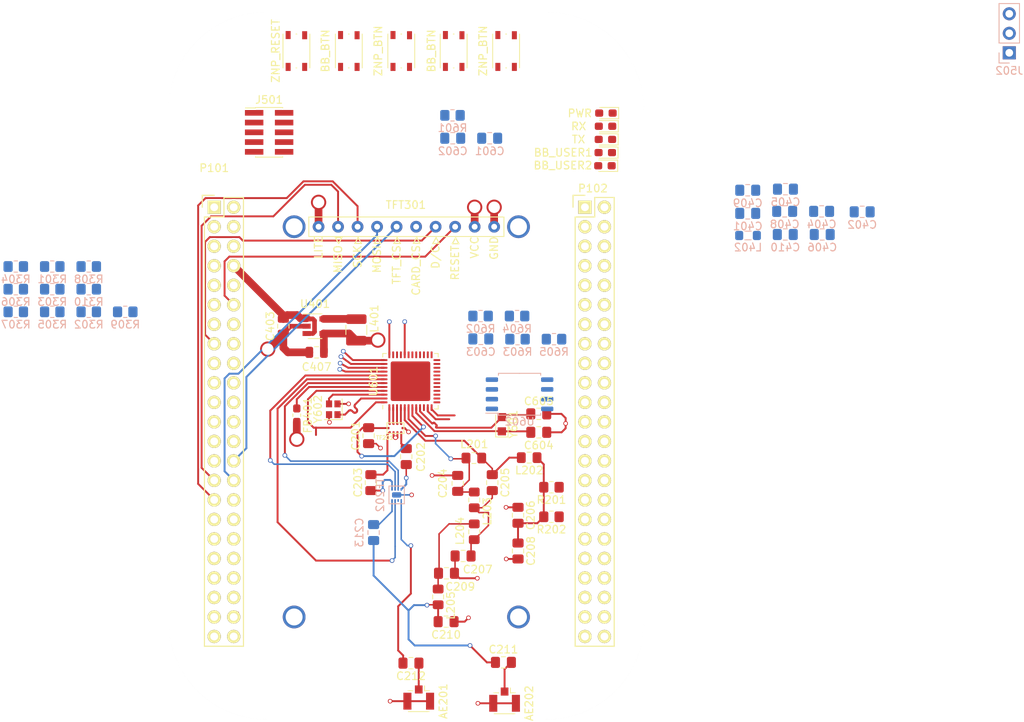
<source format=kicad_pcb>
(kicad_pcb (version 20171130) (host pcbnew 5.1.10)
  (layers (0 F.Cu signal) (1 GNDP.Cu power hide) (2 PWRP.Cu power) (31 B.Cu signal) (34 B.Paste user) (35 F.Paste user) (36 B.SilkS user) (37 F.SilkS user) (38 B.Mask user) (39 F.Mask user) (44 Edge.Cuts user))
  (net 0 "")
  (net 1 +3V3)
  (net 2 +5V)
  (net 3 SYS_5V)
  (net 4 RX_TX)
  (net 5 TX_20dB_P)
  (net 6 RX_20dB_N)
  (net 7 X32K_Q1)
  (net 8 ZNP_TX)
  (net 9 RST_TFT)
  (net 10 ZNP_RX)
  (net 11 D.C_TFT)
  (net 12 CS_TFT)
  (net 13 MISO_TFT)
  (net 14 MOSI_TFT)
  (net 15 SCK_TFT)
  (net 16 "Net-(AE201-Pad1)")
  (net 17 "Net-(AE202-Pad1)")
  (net 18 "Net-(C209-Pad1)")
  (net 19 "Net-(L401-Pad1)")
  (net 20 SKY_RF1_20dBm)
  (net 21 2.4P)
  (net 22 SUB1N)
  (net 23 SUB1P)
  (net 24 2.4N)
  (net 25 SKY_V3_2G4)
  (net 26 SKY_V2_SUB1G)
  (net 27 SKY_V1_20DBM)
  (net 28 GND)
  (net 29 "Net-(C202-Pad2)")
  (net 30 "Net-(C202-Pad1)")
  (net 31 MCU_VDD)
  (net 32 X32K_Q2)
  (net 33 VDDR)
  (net 34 X48M_P)
  (net 35 X48M_N)
  (net 36 VDDS)
  (net 37 MCU_RESET)
  (net 38 "Net-(C602-Pad1)")
  (net 39 MCU_TDI)
  (net 40 MCU_TDO)
  (net 41 MCU_TCK)
  (net 42 MCU_TMS)
  (net 43 DCDC_SW)
  (net 44 BB_BTN_1)
  (net 45 BB_BTN_2)
  (net 46 BB_LED_1)
  (net 47 BB_LED_2)
  (net 48 MCU_LED_1)
  (net 49 MCU_BTN_1)
  (net 50 MCU_BTN_2)
  (net 51 MCU_LED_2)
  (net 52 TX_20dB_N)
  (net 53 "Net-(R302-Pad1)")
  (net 54 "Net-(BB_L_301-Pad2)")
  (net 55 "Net-(BB_L_302-Pad2)")
  (net 56 "Net-(MCU_L_301-Pad2)")
  (net 57 "Net-(MCU_L_302-Pad2)")
  (net 58 "Net-(PWR301-Pad2)")
  (net 59 "Net-(R304-Pad1)")
  (net 60 "Net-(R305-Pad1)")
  (net 61 "Net-(C203-Pad2)")
  (net 62 "Net-(C203-Pad1)")
  (net 63 "Net-(C205-Pad2)")
  (net 64 "Net-(C206-Pad1)")
  (net 65 "Net-(C210-Pad1)")
  (net 66 "Net-(C212-Pad2)")
  (net 67 "Net-(C603-Pad1)")
  (net 68 "Net-(R602-Pad2)")
  (net 69 "Net-(R603-Pad2)")
  (net 70 "Net-(R604-Pad2)")
  (net 71 "Net-(U601-Pad16)")
  (net 72 "Net-(U601-Pad15)")
  (net 73 "Net-(U601-Pad14)")
  (net 74 "Net-(J501-Pad7)")
  (net 75 PWR_BTN)
  (net 76 SYS_RESETN)
  (net 77 "Net-(P101-Pad17)")
  (net 78 "Net-(P101-Pad18)")
  (net 79 "Net-(P101-Pad19)")
  (net 80 "Net-(P101-Pad20)")
  (net 81 "Net-(P101-Pad21)")
  (net 82 "Net-(P101-Pad22)")
  (net 83 "Net-(P101-Pad23)")
  (net 84 "Net-(P101-Pad25)")
  (net 85 "Net-(P101-Pad27)")
  (net 86 "Net-(P101-Pad32)")
  (net 87 "Net-(P101-Pad33)")
  (net 88 "Net-(P101-Pad34)")
  (net 89 "Net-(P101-Pad35)")
  (net 90 "Net-(P101-Pad36)")
  (net 91 "Net-(P101-Pad37)")
  (net 92 "Net-(P101-Pad38)")
  (net 93 "Net-(P101-Pad39)")
  (net 94 "Net-(P101-Pad40)")
  (net 95 "Net-(P101-Pad41)")
  (net 96 "Net-(P101-Pad42)")
  (net 97 "Net-(P102-Pad3)")
  (net 98 "Net-(P102-Pad4)")
  (net 99 "Net-(P102-Pad5)")
  (net 100 "Net-(P102-Pad6)")
  (net 101 "Net-(P102-Pad7)")
  (net 102 "Net-(P102-Pad8)")
  (net 103 "Net-(P102-Pad9)")
  (net 104 "Net-(P102-Pad10)")
  (net 105 "Net-(P102-Pad11)")
  (net 106 "Net-(P102-Pad12)")
  (net 107 "Net-(P102-Pad13)")
  (net 108 "Net-(P102-Pad14)")
  (net 109 "Net-(P102-Pad15)")
  (net 110 "Net-(P102-Pad16)")
  (net 111 "Net-(P102-Pad17)")
  (net 112 "Net-(P102-Pad18)")
  (net 113 "Net-(P102-Pad19)")
  (net 114 "Net-(P102-Pad20)")
  (net 115 "Net-(P102-Pad21)")
  (net 116 "Net-(P102-Pad22)")
  (net 117 "Net-(P102-Pad23)")
  (net 118 "Net-(P102-Pad24)")
  (net 119 "Net-(P102-Pad25)")
  (net 120 "Net-(P102-Pad26)")
  (net 121 "Net-(P102-Pad27)")
  (net 122 "Net-(P102-Pad28)")
  (net 123 "Net-(P102-Pad29)")
  (net 124 "Net-(P102-Pad30)")
  (net 125 "Net-(P102-Pad31)")
  (net 126 "Net-(P102-Pad32)")
  (net 127 "Net-(P102-Pad33)")
  (net 128 "Net-(P102-Pad34)")
  (net 129 "Net-(P102-Pad35)")
  (net 130 "Net-(P102-Pad36)")
  (net 131 "Net-(P102-Pad37)")
  (net 132 "Net-(P102-Pad38)")
  (net 133 "Net-(P102-Pad39)")
  (net 134 "Net-(P102-Pad40)")
  (net 135 "Net-(P102-Pad41)")
  (net 136 "Net-(P102-Pad42)")
  (net 137 "Net-(P102-Pad43)")
  (net 138 "Net-(P102-Pad44)")
  (net 139 "Net-(P102-Pad45)")
  (net 140 "Net-(P102-Pad46)")
  (net 141 "Net-(R201-Pad1)")
  (net 142 "Net-(R202-Pad1)")
  (net 143 "Net-(TF202-Pad2)")
  (net 144 "Net-(TFT301-Pad6)")
  (net 145 "Net-(U601-Pad40)")
  (net 146 "Net-(U601-Pad39)")
  (net 147 "Net-(U601-Pad38)")
  (net 148 "Net-(U601-Pad37)")
  (net 149 "Net-(U601-Pad36)")
  (net 150 "Net-(U601-Pad32)")
  (net 151 "Net-(U601-Pad31)")
  (net 152 "Net-(U601-Pad29)")
  (net 153 "Net-(U601-Pad28)")
  (net 154 "Net-(U601-Pad17)")
  (net 155 "Net-(U601-Pad10)")
  (module pwr_Beaglebone:ST7735 (layer F.Cu) (at 141.3801 90.3224 270)
    (fp_text reference TFT301 (at -28.24 0.055 180) (layer F.SilkS))
    (fp_text value ST7735_TFT)
    (fp_text user GND (at -21 -11.42 270) (layer F.SilkS) (effects (justify left)))
    (fp_text user VCC (at -21.17 -8.89 270) (layer F.SilkS) (effects (justify left)))
    (fp_text user RESET▷ (at -18.33 -6.34 270) (layer F.SilkS) (effects (justify left)))
    (fp_text user D/C▷ (at -19.83 -3.8 270) (layer F.SilkS) (effects (justify left)))
    (fp_text user CARD_CS▷ (at -16.34 -1.27 270) (layer F.SilkS) (effects (justify left)))
    (fp_text user TFT_CS▷ (at -17.8 1.27 270) (layer F.SilkS) (effects (justify left)))
    (fp_text user MOSI▷ (at -19.27 3.82 270) (layer F.SilkS) (effects (justify left)))
    (fp_text user SCK▷ (at -19.94 6.35 270) (layer F.SilkS) (effects (justify left)))
    (fp_text user MISO◁ (at -19.27 8.885 270) (layer F.SilkS) (effects (justify left)))
    (fp_text user LITE (at -21.13 11.425 270) (layer F.SilkS) (effects (justify left)))
    (pad 1 thru_hole circle (at -25.4 11.425 270) (size 1.524 1.524) (drill 0.762) (layers *.Cu *.Mask) (net 31 MCU_VDD))
    (pad 2 thru_hole circle (at -25.4 8.885 270) (size 1.524 1.524) (drill 0.762) (layers *.Cu *.Mask) (net 13 MISO_TFT))
    (pad 3 thru_hole circle (at -25.4 6.345 270) (size 1.524 1.524) (drill 0.762) (layers *.Cu *.Mask) (net 15 SCK_TFT))
    (pad 4 thru_hole circle (at -25.4 3.805 270) (size 1.524 1.524) (drill 0.762) (layers *.Cu *.Mask) (net 14 MOSI_TFT))
    (pad 5 thru_hole circle (at -25.4 1.265 270) (size 1.524 1.524) (drill 0.762) (layers *.Cu *.Mask) (net 12 CS_TFT))
    (pad 6 thru_hole circle (at -25.4 -1.275 270) (size 1.524 1.524) (drill 0.762) (layers *.Cu *.Mask) (net 144 "Net-(TFT301-Pad6)"))
    (pad 7 thru_hole circle (at -25.4 -3.815 270) (size 1.524 1.524) (drill 0.762) (layers *.Cu *.Mask) (net 11 D.C_TFT))
    (pad 8 thru_hole circle (at -25.4 -6.355 270) (size 1.524 1.524) (drill 0.762) (layers *.Cu *.Mask) (net 9 RST_TFT))
    (pad 9 thru_hole circle (at -25.4 -8.895 270) (size 1.524 1.524) (drill 0.762) (layers *.Cu *.Mask) (net 31 MCU_VDD))
    (pad 10 thru_hole circle (at -25.4 -11.435 270) (size 1.524 1.524) (drill 0.762) (layers *.Cu *.Mask) (net 28 GND))
    (pad 11 thru_hole circle (at 25.4 -14.605 270) (size 2.962 2.962) (drill 2.2) (layers *.Cu *.Mask))
    (pad 11 thru_hole circle (at 25.4 14.605 270) (size 2.962 2.962) (drill 2.2) (layers *.Cu *.Mask))
    (pad 11 thru_hole circle (at -25.4 14.605 270) (size 2.962 2.962) (drill 2.2) (layers *.Cu *.Mask))
    (pad 11 thru_hole circle (at -25.4 -14.605 270) (size 2.962 2.962) (drill 2.2) (layers *.Cu *.Mask))
  )
  (module Package_SO:SOP-8_5.28x5.23mm_P1.27mm (layer B.Cu) (at 156.1201 86.7324)
    (fp_text reference U602 (at 0 3.56) (layer B.SilkS) (effects (justify mirror)))
    (fp_text value MX25R8035FZUIL0)
    (pad 8 smd roundrect (at 3.6 1.905) (size 1.6 0.6) (layers B.Cu B.Paste B.Mask) (net 67 "Net-(C603-Pad1)"))
    (pad 7 smd roundrect (at 3.6 0.635) (size 1.6 0.6) (layers B.Cu B.Paste B.Mask) (net 68 "Net-(R602-Pad2)"))
    (pad 6 smd roundrect (at 3.6 -0.635) (size 1.6 0.6) (layers B.Cu B.Paste B.Mask) (net 71 "Net-(U601-Pad16)"))
    (pad 5 smd roundrect (at 3.6 -1.905) (size 1.6 0.6) (layers B.Cu B.Paste B.Mask) (net 72 "Net-(U601-Pad15)"))
    (pad 4 smd roundrect (at -3.6 -1.905) (size 1.6 0.6) (layers B.Cu B.Paste B.Mask) (net 28 GND))
    (pad 3 smd roundrect (at -3.6 -0.635) (size 1.6 0.6) (layers B.Cu B.Paste B.Mask) (net 69 "Net-(R603-Pad2)"))
    (pad 2 smd roundrect (at -3.6 0.635) (size 1.6 0.6) (layers B.Cu B.Paste B.Mask) (net 73 "Net-(U601-Pad14)"))
    (pad 1 smd roundrect (at -3.6 1.905) (size 1.6 0.6) (layers B.Cu B.Paste B.Mask) (net 70 "Net-(R604-Pad2)"))
  )
  (module Button_Switch_SMD:SW_Push_1P1T_NO_Vertical_Wuerth_434133025816 (layer F.Cu) (at 154.3701 42.0424 90)
    (fp_text reference ZNP_BTN (at 0.01 -3 90) (layer F.SilkS))
    (fp_text value SW_Push)
    (pad 2 smd rect (at 2.05 1.075 90) (size 1.05 0.65) (layers F.Cu F.Paste F.Mask) (net 60 "Net-(R305-Pad1)"))
    (pad 1 smd rect (at 2.075 -1.075 90) (size 1.05 0.65) (layers F.Cu F.Paste F.Mask) (net 28 GND))
    (pad 2 smd rect (at -2.075 1.075 90) (size 1.05 0.65) (layers F.Cu F.Paste F.Mask) (net 60 "Net-(R305-Pad1)"))
    (pad 1 smd rect (at -2.075 -1.075 90) (size 1.05 0.65) (layers F.Cu F.Paste F.Mask) (net 28 GND))
  )
  (module Button_Switch_SMD:SW_Push_1P1T_NO_Vertical_Wuerth_434133025816 (layer F.Cu) (at 140.7201 42.0424 90)
    (fp_text reference ZNP_BTN (at 0.01 -3 90) (layer F.SilkS))
    (fp_text value SW_Push)
    (pad 2 smd rect (at 2.05 1.075 90) (size 1.05 0.65) (layers F.Cu F.Paste F.Mask) (net 59 "Net-(R304-Pad1)"))
    (pad 1 smd rect (at 2.075 -1.075 90) (size 1.05 0.65) (layers F.Cu F.Paste F.Mask) (net 28 GND))
    (pad 2 smd rect (at -2.075 1.075 90) (size 1.05 0.65) (layers F.Cu F.Paste F.Mask) (net 59 "Net-(R304-Pad1)"))
    (pad 1 smd rect (at -2.075 -1.075 90) (size 1.05 0.65) (layers F.Cu F.Paste F.Mask) (net 28 GND))
  )
  (module Button_Switch_SMD:SW_Push_1P1T_NO_Vertical_Wuerth_434133025816 (layer F.Cu) (at 147.5451 42.0424 90)
    (fp_text reference BB_BTN (at 0.01 -2.9 90) (layer F.SilkS))
    (fp_text value SW_Push)
    (pad 2 smd rect (at 2.05 1.075 90) (size 1.05 0.65) (layers F.Cu F.Paste F.Mask) (net 45 BB_BTN_2))
    (pad 1 smd rect (at 2.075 -1.075 90) (size 1.05 0.65) (layers F.Cu F.Paste F.Mask) (net 28 GND))
    (pad 2 smd rect (at -2.075 1.075 90) (size 1.05 0.65) (layers F.Cu F.Paste F.Mask) (net 45 BB_BTN_2))
    (pad 1 smd rect (at -2.075 -1.075 90) (size 1.05 0.65) (layers F.Cu F.Paste F.Mask) (net 28 GND))
  )
  (module Button_Switch_SMD:SW_Push_1P1T_NO_Vertical_Wuerth_434133025816 (layer F.Cu) (at 133.8951 42.0424 90)
    (fp_text reference BB_BTN (at 0.01 -3.05 90) (layer F.SilkS))
    (fp_text value SW_Push)
    (pad 2 smd rect (at 2.05 1.075 90) (size 1.05 0.65) (layers F.Cu F.Paste F.Mask) (net 44 BB_BTN_1))
    (pad 1 smd rect (at 2.075 -1.075 90) (size 1.05 0.65) (layers F.Cu F.Paste F.Mask) (net 28 GND))
    (pad 2 smd rect (at -2.075 1.075 90) (size 1.05 0.65) (layers F.Cu F.Paste F.Mask) (net 44 BB_BTN_1))
    (pad 1 smd rect (at -2.075 -1.075 90) (size 1.05 0.65) (layers F.Cu F.Paste F.Mask) (net 28 GND))
  )
  (module LED_SMD:LED_0603_1608Metric_Pad1.05x0.95mm_HandSolder (layer F.Cu) (at 167.3606 50.1269 180)
    (fp_text reference PWR (at 3.4 -0.025) (layer F.SilkS))
    (fp_text value LED)
    (pad 2 smd roundrect (at 0.875 0 180) (size 1.05 0.95) (layers F.Cu F.Paste F.Mask) (net 58 "Net-(PWR301-Pad2)"))
    (pad 1 smd roundrect (at -0.875 0 180) (size 1.05 0.95) (layers F.Cu F.Paste F.Mask) (net 28 GND))
  )
  (module LED_SMD:LED_0603_1608Metric_Pad1.05x0.95mm_HandSolder (layer F.Cu) (at 167.2971 53.5559 180)
    (fp_text reference TX (at 3.5 0) (layer F.SilkS))
    (fp_text value LED)
    (pad 2 smd roundrect (at 0.875 0 180) (size 1.05 0.95) (layers F.Cu F.Paste F.Mask) (net 57 "Net-(MCU_L_302-Pad2)"))
    (pad 1 smd roundrect (at -0.875 0 180) (size 1.05 0.95) (layers F.Cu F.Paste F.Mask) (net 28 GND))
  )
  (module LED_SMD:LED_0603_1608Metric_Pad1.05x0.95mm_HandSolder (layer F.Cu) (at 167.3111 51.8414 180)
    (fp_text reference RX (at 3.5 -0.0125) (layer F.SilkS))
    (fp_text value LED)
    (pad 2 smd roundrect (at 0.875 0 180) (size 1.05 0.95) (layers F.Cu F.Paste F.Mask) (net 56 "Net-(MCU_L_301-Pad2)"))
    (pad 1 smd roundrect (at -0.875 0 180) (size 1.05 0.95) (layers F.Cu F.Paste F.Mask) (net 28 GND))
  )
  (module LED_SMD:LED_0603_1608Metric_Pad1.05x0.95mm_HandSolder (layer F.Cu) (at 167.2786 55.2704 180)
    (fp_text reference BB_USER1 (at 5.4785 0) (layer F.SilkS))
    (fp_text value LED)
    (pad 2 smd roundrect (at 0.875 0 180) (size 1.05 0.95) (layers F.Cu F.Paste F.Mask) (net 55 "Net-(BB_L_302-Pad2)"))
    (pad 1 smd roundrect (at -0.875 0 180) (size 1.05 0.95) (layers F.Cu F.Paste F.Mask) (net 28 GND))
  )
  (module LED_SMD:LED_0603_1608Metric_Pad1.05x0.95mm_HandSolder (layer F.Cu) (at 167.2336 56.9849 180)
    (fp_text reference BB_USER2 (at 5.4735 0.0425) (layer F.SilkS))
    (fp_text value LED)
    (pad 2 smd roundrect (at 0.875 0 180) (size 1.05 0.95) (layers F.Cu F.Paste F.Mask) (net 54 "Net-(BB_L_301-Pad2)"))
    (pad 1 smd roundrect (at -0.875 0 180) (size 1.05 0.95) (layers F.Cu F.Paste F.Mask) (net 28 GND))
  )
  (module Button_Switch_SMD:SW_Push_1P1T_NO_Vertical_Wuerth_434133025816 (layer F.Cu) (at 127.0701 42.0424 90)
    (fp_text reference ZNP_RESET (at 0.01 -2.7 90) (layer F.SilkS))
    (fp_text value 612-LL3303F065QG)
    (pad 2 smd rect (at 2.05 1.075 90) (size 1.05 0.65) (layers F.Cu F.Paste F.Mask) (net 53 "Net-(R302-Pad1)"))
    (pad 1 smd rect (at 2.075 -1.075 90) (size 1.05 0.65) (layers F.Cu F.Paste F.Mask) (net 28 GND))
    (pad 2 smd rect (at -2.075 1.075 90) (size 1.05 0.65) (layers F.Cu F.Paste F.Mask) (net 53 "Net-(R302-Pad1)"))
    (pad 1 smd rect (at -2.075 -1.075 90) (size 1.05 0.65) (layers F.Cu F.Paste F.Mask) (net 28 GND))
  )
  (module Resistor_SMD:R_0805_2012Metric_Pad1.20x1.40mm_HandSolder (layer B.Cu) (at 160.605101 79.557399)
    (fp_text reference R605 (at 0 1.65) (layer B.SilkS) (effects (justify mirror)))
    (fp_text value 0)
    (pad 2 smd roundrect (at 1 0) (size 1.2 1.4) (layers B.Cu B.Paste B.Mask) (roundrect_rratio 0.2083325) (net 67 "Net-(C603-Pad1)"))
    (pad 1 smd roundrect (at -1 0) (size 1.2 1.4) (layers B.Cu B.Paste B.Mask) (roundrect_rratio 0.2083325) (net 31 MCU_VDD))
  )
  (module Resistor_SMD:R_0805_2012Metric_Pad1.20x1.40mm_HandSolder (layer B.Cu) (at 155.795101 76.547399)
    (fp_text reference R604 (at 0 1.65) (layer B.SilkS) (effects (justify mirror)))
    (fp_text value 2.2k)
    (pad 2 smd roundrect (at 1 0) (size 1.2 1.4) (layers B.Cu B.Paste B.Mask) (roundrect_rratio 0.2083325) (net 70 "Net-(R604-Pad2)"))
    (pad 1 smd roundrect (at -1 0) (size 1.2 1.4) (layers B.Cu B.Paste B.Mask) (roundrect_rratio 0.2083325) (net 31 MCU_VDD))
  )
  (module Resistor_SMD:R_0805_2012Metric_Pad1.20x1.40mm_HandSolder (layer B.Cu) (at 155.855101 79.557399)
    (fp_text reference R603 (at 0 1.65) (layer B.SilkS) (effects (justify mirror)))
    (fp_text value DNS)
    (pad 2 smd roundrect (at 1 0) (size 1.2 1.4) (layers B.Cu B.Paste B.Mask) (roundrect_rratio 0.2083325) (net 69 "Net-(R603-Pad2)"))
    (pad 1 smd roundrect (at -1 0) (size 1.2 1.4) (layers B.Cu B.Paste B.Mask) (roundrect_rratio 0.2083325) (net 31 MCU_VDD))
  )
  (module Resistor_SMD:R_0805_2012Metric_Pad1.20x1.40mm_HandSolder (layer B.Cu) (at 151.045101 76.547399)
    (fp_text reference R602 (at 0 1.65) (layer B.SilkS) (effects (justify mirror)))
    (fp_text value DNS)
    (pad 2 smd roundrect (at 1 0) (size 1.2 1.4) (layers B.Cu B.Paste B.Mask) (roundrect_rratio 0.2083325) (net 68 "Net-(R602-Pad2)"))
    (pad 1 smd roundrect (at -1 0) (size 1.2 1.4) (layers B.Cu B.Paste B.Mask) (roundrect_rratio 0.2083325) (net 31 MCU_VDD))
  )
  (module Capacitor_SMD:C_0805_2012Metric_Pad1.18x1.45mm_HandSolder (layer B.Cu) (at 151.075101 79.527399)
    (fp_text reference C603 (at 0 1.68) (layer B.SilkS) (effects (justify mirror)))
    (fp_text value 0.1u)
    (pad 2 smd roundrect (at 1.0375 0) (size 1.175 1.45) (layers B.Cu B.Paste B.Mask) (roundrect_rratio 0.2127659574468085) (net 28 GND))
    (pad 1 smd roundrect (at -1.0375 0) (size 1.175 1.45) (layers B.Cu B.Paste B.Mask) (roundrect_rratio 0.2127659574468085) (net 67 "Net-(C603-Pad1)"))
  )
  (module Capacitor_SMD:C_0805_2012Metric_Pad1.18x1.45mm_HandSolder (layer F.Cu) (at 136.7701 98.2324 90)
    (fp_text reference C203 (at 0 -1.68 90) (layer F.SilkS))
    (fp_text value 47pF)
    (pad 2 smd roundrect (at 1.0375 0 90) (size 1.175 1.45) (layers F.Cu F.Paste F.Mask) (roundrect_rratio 0.2127659574468085) (net 61 "Net-(C203-Pad2)"))
    (pad 1 smd roundrect (at -1.0375 0 90) (size 1.175 1.45) (layers F.Cu F.Paste F.Mask) (roundrect_rratio 0.2127659574468085) (net 62 "Net-(C203-Pad1)"))
  )
  (module Crystal:Crystal_SMD_2012-2Pin_2.0x1.2mm_HandSoldering (layer F.Cu) (at 153.8201 90.6324 90)
    (fp_text reference Y601 (at 0 1.5 90) (layer F.SilkS))
    (fp_text value 32.768kHz)
    (pad 2 smd rect (at 0.925 0 90) (size 1.05 1.1) (layers F.Cu F.Paste F.Mask) (net 32 X32K_Q2))
    (pad 1 smd rect (at -0.925 0 90) (size 1.05 1.1) (layers F.Cu F.Paste F.Mask) (net 7 X32K_Q1))
  )
  (module Resistor_SMD:R_0805_2012Metric_Pad1.20x1.40mm_HandSolder (layer B.Cu) (at 147.3901 50.4224)
    (fp_text reference R601 (at 0 1.65) (layer B.SilkS) (effects (justify mirror)))
    (fp_text value 100k)
    (pad 2 smd roundrect (at 1 0) (size 1.2 1.4) (layers B.Cu B.Paste B.Mask) (roundrect_rratio 0.2083325) (net 36 VDDS))
    (pad 1 smd roundrect (at -1 0) (size 1.2 1.4) (layers B.Cu B.Paste B.Mask) (roundrect_rratio 0.2083325) (net 37 MCU_RESET))
  )
  (module Resistor_SMD:R_0805_2012Metric_Pad1.20x1.40mm_HandSolder (layer B.Cu) (at 100.0401 73.0524)
    (fp_text reference R310 (at 0 1.65) (layer B.SilkS) (effects (justify mirror)))
    (fp_text value 100k)
    (pad 2 smd roundrect (at 1 0) (size 1.2 1.4) (layers B.Cu B.Paste B.Mask) (roundrect_rratio 0.2083325) (net 31 MCU_VDD))
    (pad 1 smd roundrect (at -1 0) (size 1.2 1.4) (layers B.Cu B.Paste B.Mask) (roundrect_rratio 0.2083325) (net 45 BB_BTN_2))
  )
  (module Resistor_SMD:R_0805_2012Metric_Pad1.20x1.40mm_HandSolder (layer B.Cu) (at 104.7901 76.0024)
    (fp_text reference R309 (at 0 1.65) (layer B.SilkS) (effects (justify mirror)))
    (fp_text value R_US)
    (pad 2 smd roundrect (at 1 0) (size 1.2 1.4) (layers B.Cu B.Paste B.Mask) (roundrect_rratio 0.2083325) (net 55 "Net-(BB_L_302-Pad2)"))
    (pad 1 smd roundrect (at -1 0) (size 1.2 1.4) (layers B.Cu B.Paste B.Mask) (roundrect_rratio 0.2083325) (net 47 BB_LED_2))
  )
  (module Resistor_SMD:R_0805_2012Metric_Pad1.20x1.40mm_HandSolder (layer B.Cu) (at 100.0401 70.1024)
    (fp_text reference R308 (at 0 1.65) (layer B.SilkS) (effects (justify mirror)))
    (fp_text value 100k)
    (pad 2 smd roundrect (at 1 0) (size 1.2 1.4) (layers B.Cu B.Paste B.Mask) (roundrect_rratio 0.2083325) (net 31 MCU_VDD))
    (pad 1 smd roundrect (at -1 0) (size 1.2 1.4) (layers B.Cu B.Paste B.Mask) (roundrect_rratio 0.2083325) (net 44 BB_BTN_1))
  )
  (module Resistor_SMD:R_0805_2012Metric_Pad1.20x1.40mm_HandSolder (layer B.Cu) (at 90.5401 76.0024)
    (fp_text reference R307 (at 0 1.65) (layer B.SilkS) (effects (justify mirror)))
    (fp_text value R_US)
    (pad 2 smd roundrect (at 1 0) (size 1.2 1.4) (layers B.Cu B.Paste B.Mask) (roundrect_rratio 0.2083325) (net 54 "Net-(BB_L_301-Pad2)"))
    (pad 1 smd roundrect (at -1 0) (size 1.2 1.4) (layers B.Cu B.Paste B.Mask) (roundrect_rratio 0.2083325) (net 46 BB_LED_1))
  )
  (module Resistor_SMD:R_0805_2012Metric_Pad1.20x1.40mm_HandSolder (layer B.Cu) (at 90.5401 73.0524)
    (fp_text reference R306 (at 0 1.65) (layer B.SilkS) (effects (justify mirror)))
    (fp_text value R_US)
    (pad 2 smd roundrect (at 1 0) (size 1.2 1.4) (layers B.Cu B.Paste B.Mask) (roundrect_rratio 0.2083325) (net 57 "Net-(MCU_L_302-Pad2)"))
    (pad 1 smd roundrect (at -1 0) (size 1.2 1.4) (layers B.Cu B.Paste B.Mask) (roundrect_rratio 0.2083325) (net 51 MCU_LED_2))
  )
  (module Resistor_SMD:R_0805_2012Metric_Pad1.20x1.40mm_HandSolder (layer B.Cu) (at 95.2901 76.0024)
    (fp_text reference R305 (at 0 1.65) (layer B.SilkS) (effects (justify mirror)))
    (fp_text value 100)
    (pad 2 smd roundrect (at 1 0) (size 1.2 1.4) (layers B.Cu B.Paste B.Mask) (roundrect_rratio 0.2083325) (net 50 MCU_BTN_2))
    (pad 1 smd roundrect (at -1 0) (size 1.2 1.4) (layers B.Cu B.Paste B.Mask) (roundrect_rratio 0.2083325) (net 60 "Net-(R305-Pad1)"))
  )
  (module Resistor_SMD:R_0805_2012Metric_Pad1.20x1.40mm_HandSolder (layer B.Cu) (at 90.5401 70.1024)
    (fp_text reference R304 (at 0 1.65) (layer B.SilkS) (effects (justify mirror)))
    (fp_text value 100)
    (pad 2 smd roundrect (at 1 0) (size 1.2 1.4) (layers B.Cu B.Paste B.Mask) (roundrect_rratio 0.2083325) (net 49 MCU_BTN_1))
    (pad 1 smd roundrect (at -1 0) (size 1.2 1.4) (layers B.Cu B.Paste B.Mask) (roundrect_rratio 0.2083325) (net 59 "Net-(R304-Pad1)"))
  )
  (module Resistor_SMD:R_0805_2012Metric_Pad1.20x1.40mm_HandSolder (layer B.Cu) (at 95.2901 73.0524)
    (fp_text reference R303 (at 0 1.65) (layer B.SilkS) (effects (justify mirror)))
    (fp_text value R_US)
    (pad 2 smd roundrect (at 1 0) (size 1.2 1.4) (layers B.Cu B.Paste B.Mask) (roundrect_rratio 0.2083325) (net 56 "Net-(MCU_L_301-Pad2)"))
    (pad 1 smd roundrect (at -1 0) (size 1.2 1.4) (layers B.Cu B.Paste B.Mask) (roundrect_rratio 0.2083325) (net 48 MCU_LED_1))
  )
  (module Resistor_SMD:R_0805_2012Metric_Pad1.20x1.40mm_HandSolder (layer B.Cu) (at 100.0401 76.0024)
    (fp_text reference R302 (at 0 1.65) (layer B.SilkS) (effects (justify mirror)))
    (fp_text value 100)
    (pad 2 smd roundrect (at 1 0) (size 1.2 1.4) (layers B.Cu B.Paste B.Mask) (roundrect_rratio 0.2083325) (net 37 MCU_RESET))
    (pad 1 smd roundrect (at -1 0) (size 1.2 1.4) (layers B.Cu B.Paste B.Mask) (roundrect_rratio 0.2083325) (net 53 "Net-(R302-Pad1)"))
  )
  (module Resistor_SMD:R_0805_2012Metric_Pad1.20x1.40mm_HandSolder (layer B.Cu) (at 95.2901 70.1024)
    (fp_text reference R301 (at 0 1.65) (layer B.SilkS) (effects (justify mirror)))
    (fp_text value R_US)
    (pad 2 smd roundrect (at 1 0) (size 1.2 1.4) (layers B.Cu B.Paste B.Mask) (roundrect_rratio 0.2083325) (net 58 "Net-(PWR301-Pad2)"))
    (pad 1 smd roundrect (at -1 0) (size 1.2 1.4) (layers B.Cu B.Paste B.Mask) (roundrect_rratio 0.2083325) (net 31 MCU_VDD))
  )
  (module Inductor_SMD:L_0805_2012Metric_Pad1.05x1.20mm_HandSolder (layer B.Cu) (at 185.8601 66.0624)
    (fp_text reference L402 (at 0 1.55) (layer B.SilkS) (effects (justify mirror)))
    (fp_text value 6.8u)
    (pad 2 smd roundrect (at 1.15 0) (size 1.05 1.2) (layers B.Cu B.Paste B.Mask) (roundrect_rratio 0.2380942857142857) (net 33 VDDR))
    (pad 1 smd roundrect (at -1.15 0) (size 1.05 1.2) (layers B.Cu B.Paste B.Mask) (roundrect_rratio 0.2380942857142857) (net 43 DCDC_SW))
  )
  (module Connector_PinHeader_2.54mm:PinHeader_1x03_P2.54mm_Vertical (layer B.Cu) (at 219.8701 42.2824)
    (fp_text reference J502 (at 0 2.33) (layer B.SilkS) (effects (justify mirror)))
    (fp_text value 3.3V)
    (pad 3 thru_hole oval (at 0 -5.08) (size 1.7 1.7) (drill 1) (layers *.Cu *.Mask) (net 28 GND))
    (pad 2 thru_hole oval (at 0 -2.54) (size 1.7 1.7) (drill 1) (layers *.Cu *.Mask) (net 28 GND))
    (pad 1 thru_hole rect (at 0 0) (size 1.7 1.7) (drill 1) (layers *.Cu *.Mask) (net 31 MCU_VDD))
  )
  (module Connector_PinHeader_1.27mm:PinHeader_2x05_P1.27mm_Vertical_SMD (layer F.Cu) (at 123.5201 52.6324)
    (fp_text reference J501 (at 0 -4.235) (layer F.SilkS))
    (fp_text value Conn_ARM_JTAG_SWD_10)
    (pad 10 smd rect (at 1.95 2.54) (size 2.4 0.74) (layers F.Cu F.Paste F.Mask) (net 37 MCU_RESET))
    (pad 9 smd rect (at -1.95 2.54) (size 2.4 0.74) (layers F.Cu F.Paste F.Mask) (net 28 GND))
    (pad 8 smd rect (at 1.95 1.27) (size 2.4 0.74) (layers F.Cu F.Paste F.Mask) (net 39 MCU_TDI))
    (pad 7 smd rect (at -1.95 1.27) (size 2.4 0.74) (layers F.Cu F.Paste F.Mask) (net 74 "Net-(J501-Pad7)"))
    (pad 6 smd rect (at 1.95 0) (size 2.4 0.74) (layers F.Cu F.Paste F.Mask) (net 40 MCU_TDO))
    (pad 5 smd rect (at -1.95 0) (size 2.4 0.74) (layers F.Cu F.Paste F.Mask) (net 28 GND))
    (pad 4 smd rect (at 1.95 -1.27) (size 2.4 0.74) (layers F.Cu F.Paste F.Mask) (net 41 MCU_TCK))
    (pad 3 smd rect (at -1.95 -1.27) (size 2.4 0.74) (layers F.Cu F.Paste F.Mask) (net 28 GND))
    (pad 2 smd rect (at 1.95 -2.54) (size 2.4 0.74) (layers F.Cu F.Paste F.Mask) (net 42 MCU_TMS))
    (pad 1 smd rect (at -1.95 -2.54) (size 2.4 0.74) (layers F.Cu F.Paste F.Mask) (net 31 MCU_VDD))
  )
  (module Inductor_SMD:L_0603_1608Metric_Pad1.05x0.95mm_HandSolder (layer F.Cu) (at 127.1201 89.4524 270)
    (fp_text reference FB401 (at 0 -1.43 90) (layer F.SilkS))
    (fp_text value "1500 Ohm 500mA")
    (pad 1 smd roundrect (at -0.875 0 270) (size 1.05 0.95) (layers F.Cu F.Paste F.Mask) (net 36 VDDS))
    (pad 2 smd roundrect (at 0.875 0 270) (size 1.05 0.95) (layers F.Cu F.Paste F.Mask) (net 31 MCU_VDD))
  )
  (module Capacitor_SMD:C_0805_2012Metric_Pad1.18x1.45mm_HandSolder (layer B.Cu) (at 147.4201 53.4024)
    (fp_text reference C602 (at 0 1.68) (layer B.SilkS) (effects (justify mirror)))
    (fp_text value 1u)
    (pad 2 smd roundrect (at 1.0375 0) (size 1.175 1.45) (layers B.Cu B.Paste B.Mask) (roundrect_rratio 0.2127659574468085) (net 28 GND))
    (pad 1 smd roundrect (at -1.0375 0) (size 1.175 1.45) (layers B.Cu B.Paste B.Mask) (roundrect_rratio 0.2127659574468085) (net 38 "Net-(C602-Pad1)"))
  )
  (module Capacitor_SMD:C_0805_2012Metric_Pad1.18x1.45mm_HandSolder (layer B.Cu) (at 152.2301 53.4024)
    (fp_text reference C601 (at 0 1.68) (layer B.SilkS) (effects (justify mirror)))
    (fp_text value 0.1u)
    (pad 2 smd roundrect (at 1.0375 0) (size 1.175 1.45) (layers B.Cu B.Paste B.Mask) (roundrect_rratio 0.2127659574468085) (net 28 GND))
    (pad 1 smd roundrect (at -1.0375 0) (size 1.175 1.45) (layers B.Cu B.Paste B.Mask) (roundrect_rratio 0.2127659574468085) (net 37 MCU_RESET))
  )
  (module Capacitor_SMD:C_0805_2012Metric_Pad1.18x1.45mm_HandSolder (layer B.Cu) (at 190.7101 65.9324)
    (fp_text reference C410 (at 0 1.68) (layer B.SilkS) (effects (justify mirror)))
    (fp_text value 0.1u)
    (pad 2 smd roundrect (at 1.0375 0) (size 1.175 1.45) (layers B.Cu B.Paste B.Mask) (roundrect_rratio 0.2127659574468085) (net 28 GND))
    (pad 1 smd roundrect (at -1.0375 0) (size 1.175 1.45) (layers B.Cu B.Paste B.Mask) (roundrect_rratio 0.2127659574468085) (net 33 VDDR))
  )
  (module Capacitor_SMD:C_0805_2012Metric_Pad1.18x1.45mm_HandSolder (layer B.Cu) (at 185.8201 60.1724)
    (fp_text reference C409 (at 0 1.68) (layer B.SilkS) (effects (justify mirror)))
    (fp_text value 0.1u)
    (pad 2 smd roundrect (at 1.0375 0) (size 1.175 1.45) (layers B.Cu B.Paste B.Mask) (roundrect_rratio 0.2127659574468085) (net 28 GND))
    (pad 1 smd roundrect (at -1.0375 0) (size 1.175 1.45) (layers B.Cu B.Paste B.Mask) (roundrect_rratio 0.2127659574468085) (net 33 VDDR))
  )
  (module Capacitor_SMD:C_0805_2012Metric_Pad1.18x1.45mm_HandSolder (layer B.Cu) (at 190.6301 62.9224)
    (fp_text reference C408 (at 0 1.68) (layer B.SilkS) (effects (justify mirror)))
    (fp_text value 22u)
    (pad 2 smd roundrect (at 1.0375 0) (size 1.175 1.45) (layers B.Cu B.Paste B.Mask) (roundrect_rratio 0.2127659574468085) (net 28 GND))
    (pad 1 smd roundrect (at -1.0375 0) (size 1.175 1.45) (layers B.Cu B.Paste B.Mask) (roundrect_rratio 0.2127659574468085) (net 33 VDDR))
  )
  (module Capacitor_SMD:C_0805_2012Metric_Pad1.18x1.45mm_HandSolder (layer B.Cu) (at 195.5201 65.9324)
    (fp_text reference C406 (at 0 1.68) (layer B.SilkS) (effects (justify mirror)))
    (fp_text value 0.1u)
    (pad 2 smd roundrect (at 1.0375 0) (size 1.175 1.45) (layers B.Cu B.Paste B.Mask) (roundrect_rratio 0.2127659574468085) (net 28 GND))
    (pad 1 smd roundrect (at -1.0375 0) (size 1.175 1.45) (layers B.Cu B.Paste B.Mask) (roundrect_rratio 0.2127659574468085) (net 36 VDDS))
  )
  (module Capacitor_SMD:C_0805_2012Metric_Pad1.18x1.45mm_HandSolder (layer B.Cu) (at 190.7326 60.0324)
    (fp_text reference C405 (at 0 1.68) (layer B.SilkS) (effects (justify mirror)))
    (fp_text value 22u)
    (pad 2 smd roundrect (at 1.0375 0) (size 1.175 1.45) (layers B.Cu B.Paste B.Mask) (roundrect_rratio 0.2127659574468085) (net 28 GND))
    (pad 1 smd roundrect (at -1.0375 0) (size 1.175 1.45) (layers B.Cu B.Paste B.Mask) (roundrect_rratio 0.2127659574468085) (net 36 VDDS))
  )
  (module Capacitor_SMD:C_0805_2012Metric_Pad1.18x1.45mm_HandSolder (layer B.Cu) (at 195.4401 62.9224)
    (fp_text reference C404 (at 0 1.68) (layer B.SilkS) (effects (justify mirror)))
    (fp_text value 0.1u)
    (pad 2 smd roundrect (at 1.0375 0) (size 1.175 1.45) (layers B.Cu B.Paste B.Mask) (roundrect_rratio 0.2127659574468085) (net 28 GND))
    (pad 1 smd roundrect (at -1.0375 0) (size 1.175 1.45) (layers B.Cu B.Paste B.Mask) (roundrect_rratio 0.2127659574468085) (net 36 VDDS))
  )
  (module Capacitor_SMD:C_0805_2012Metric_Pad1.18x1.45mm_HandSolder (layer B.Cu) (at 200.7201 62.9824)
    (fp_text reference C402 (at 0 1.68) (layer B.SilkS) (effects (justify mirror)))
    (fp_text value 0.1u)
    (pad 2 smd roundrect (at 1.0375 0) (size 1.175 1.45) (layers B.Cu B.Paste B.Mask) (roundrect_rratio 0.2127659574468085) (net 28 GND))
    (pad 1 smd roundrect (at -1.0375 0) (size 1.175 1.45) (layers B.Cu B.Paste B.Mask) (roundrect_rratio 0.2127659574468085) (net 36 VDDS))
  )
  (module Capacitor_SMD:C_0805_2012Metric_Pad1.18x1.45mm_HandSolder (layer B.Cu) (at 185.8201 63.1824)
    (fp_text reference C401 (at 0 1.68) (layer B.SilkS) (effects (justify mirror)))
    (fp_text value 0.1u)
    (pad 2 smd roundrect (at 1.0375 0) (size 1.175 1.45) (layers B.Cu B.Paste B.Mask) (roundrect_rratio 0.2127659574468085) (net 28 GND))
    (pad 1 smd roundrect (at -1.0375 0) (size 1.175 1.45) (layers B.Cu B.Paste B.Mask) (roundrect_rratio 0.2127659574468085) (net 36 VDDS))
  )
  (module Package_DFN_QFN:VQFN-48-1EP_7x7mm_P0.5mm_EP5.15x5.15mm (layer F.Cu) (at 141.9201 85.0324 90)
    (fp_text reference U601 (at 0 -4.82 90) (layer F.SilkS))
    (fp_text value cc1352p)
    (pad 48 smd roundrect (at -2.75 -3.4375 90) (size 0.25 0.875) (layers F.Cu F.Paste F.Mask) (net 33 VDDR))
    (pad 47 smd roundrect (at -2.25 -3.4375 90) (size 0.25 0.875) (layers F.Cu F.Paste F.Mask) (net 34 X48M_P))
    (pad 46 smd roundrect (at -1.75 -3.4375 90) (size 0.25 0.875) (layers F.Cu F.Paste F.Mask) (net 35 X48M_N))
    (pad 45 smd roundrect (at -1.25 -3.4375 90) (size 0.25 0.875) (layers F.Cu F.Paste F.Mask) (net 33 VDDR))
    (pad 44 smd roundrect (at -0.75 -3.4375 90) (size 0.25 0.875) (layers F.Cu F.Paste F.Mask) (net 36 VDDS))
    (pad 43 smd roundrect (at -0.25 -3.4375 90) (size 0.25 0.875) (layers F.Cu F.Paste F.Mask) (net 26 SKY_V2_SUB1G))
    (pad 42 smd roundrect (at 0.25 -3.4375 90) (size 0.25 0.875) (layers F.Cu F.Paste F.Mask) (net 27 SKY_V1_20DBM))
    (pad 41 smd roundrect (at 0.75 -3.4375 90) (size 0.25 0.875) (layers F.Cu F.Paste F.Mask) (net 25 SKY_V3_2G4))
    (pad 40 smd roundrect (at 1.25 -3.4375 90) (size 0.25 0.875) (layers F.Cu F.Paste F.Mask) (net 145 "Net-(U601-Pad40)"))
    (pad 39 smd roundrect (at 1.75 -3.4375 90) (size 0.25 0.875) (layers F.Cu F.Paste F.Mask) (net 146 "Net-(U601-Pad39)"))
    (pad 38 smd roundrect (at 2.25 -3.4375 90) (size 0.25 0.875) (layers F.Cu F.Paste F.Mask) (net 147 "Net-(U601-Pad38)"))
    (pad 37 smd roundrect (at 2.75 -3.4375 90) (size 0.25 0.875) (layers F.Cu F.Paste F.Mask) (net 148 "Net-(U601-Pad37)"))
    (pad 36 smd roundrect (at 3.4375 -2.75 90) (size 0.875 0.25) (layers F.Cu F.Paste F.Mask) (net 149 "Net-(U601-Pad36)"))
    (pad 35 smd roundrect (at 3.4375 -2.25 90) (size 0.875 0.25) (layers F.Cu F.Paste F.Mask) (net 37 MCU_RESET))
    (pad 34 smd roundrect (at 3.4375 -1.75 90) (size 0.875 0.25) (layers F.Cu F.Paste F.Mask) (net 36 VDDS))
    (pad 33 smd roundrect (at 3.4375 -1.25 90) (size 0.875 0.25) (layers F.Cu F.Paste F.Mask) (net 43 DCDC_SW))
    (pad 32 smd roundrect (at 3.4375 -0.75 90) (size 0.875 0.25) (layers F.Cu F.Paste F.Mask) (net 150 "Net-(U601-Pad32)"))
    (pad 31 smd roundrect (at 3.4375 -0.25 90) (size 0.875 0.25) (layers F.Cu F.Paste F.Mask) (net 151 "Net-(U601-Pad31)"))
    (pad 30 smd roundrect (at 3.4375 0.25 90) (size 0.875 0.25) (layers F.Cu F.Paste F.Mask) (net 70 "Net-(R604-Pad2)"))
    (pad 29 smd roundrect (at 3.4375 0.75 90) (size 0.875 0.25) (layers F.Cu F.Paste F.Mask) (net 152 "Net-(U601-Pad29)"))
    (pad 28 smd roundrect (at 3.4375 1.25 90) (size 0.875 0.25) (layers F.Cu F.Paste F.Mask) (net 153 "Net-(U601-Pad28)"))
    (pad 27 smd roundrect (at 3.4375 1.75 90) (size 0.875 0.25) (layers F.Cu F.Paste F.Mask) (net 39 MCU_TDI))
    (pad 26 smd roundrect (at 3.4375 2.25 90) (size 0.875 0.25) (layers F.Cu F.Paste F.Mask) (net 40 MCU_TDO))
    (pad 25 smd roundrect (at 3.4375 2.75 90) (size 0.875 0.25) (layers F.Cu F.Paste F.Mask) (net 41 MCU_TCK))
    (pad 24 smd roundrect (at 2.75 3.4375 90) (size 0.25 0.875) (layers F.Cu F.Paste F.Mask) (net 42 MCU_TMS))
    (pad 23 smd roundrect (at 2.25 3.4375 90) (size 0.25 0.875) (layers F.Cu F.Paste F.Mask) (net 38 "Net-(C602-Pad1)"))
    (pad 22 smd roundrect (at 1.75 3.4375 90) (size 0.25 0.875) (layers F.Cu F.Paste F.Mask) (net 36 VDDS))
    (pad 21 smd roundrect (at 1.25 3.4375 90) (size 0.25 0.875) (layers F.Cu F.Paste F.Mask) (net 49 MCU_BTN_1))
    (pad 20 smd roundrect (at 0.75 3.4375 90) (size 0.25 0.875) (layers F.Cu F.Paste F.Mask) (net 50 MCU_BTN_2))
    (pad 19 smd roundrect (at 0.25 3.4375 90) (size 0.25 0.875) (layers F.Cu F.Paste F.Mask) (net 8 ZNP_TX))
    (pad 18 smd roundrect (at -0.25 3.4375 90) (size 0.25 0.875) (layers F.Cu F.Paste F.Mask) (net 10 ZNP_RX))
    (pad 17 smd roundrect (at -0.75 3.4375 90) (size 0.25 0.875) (layers F.Cu F.Paste F.Mask) (net 154 "Net-(U601-Pad17)"))
    (pad 16 smd roundrect (at -1.25 3.4375 90) (size 0.25 0.875) (layers F.Cu F.Paste F.Mask) (net 71 "Net-(U601-Pad16)"))
    (pad 15 smd roundrect (at -1.75 3.4375 90) (size 0.25 0.875) (layers F.Cu F.Paste F.Mask) (net 72 "Net-(U601-Pad15)"))
    (pad 14 smd roundrect (at -2.25 3.4375 90) (size 0.25 0.875) (layers F.Cu F.Paste F.Mask) (net 73 "Net-(U601-Pad14)"))
    (pad 13 smd roundrect (at -2.75 3.4375 90) (size 0.25 0.875) (layers F.Cu F.Paste F.Mask) (net 36 VDDS))
    (pad 12 smd roundrect (at -3.4375 2.75 90) (size 0.875 0.25) (layers F.Cu F.Paste F.Mask) (net 48 MCU_LED_1))
    (pad 11 smd roundrect (at -3.4375 2.25 90) (size 0.875 0.25) (layers F.Cu F.Paste F.Mask) (net 51 MCU_LED_2))
    (pad 10 smd roundrect (at -3.4375 1.75 90) (size 0.875 0.25) (layers F.Cu F.Paste F.Mask) (net 155 "Net-(U601-Pad10)"))
    (pad 9 smd roundrect (at -3.4375 1.25 90) (size 0.875 0.25) (layers F.Cu F.Paste F.Mask) (net 32 X32K_Q2))
    (pad 8 smd roundrect (at -3.4375 0.75 90) (size 0.875 0.25) (layers F.Cu F.Paste F.Mask) (net 7 X32K_Q1))
    (pad 7 smd roundrect (at -3.4375 0.25 90) (size 0.875 0.25) (layers F.Cu F.Paste F.Mask) (net 4 RX_TX))
    (pad 6 smd roundrect (at -3.4375 -0.25 90) (size 0.875 0.25) (layers F.Cu F.Paste F.Mask) (net 6 RX_20dB_N))
    (pad 5 smd roundrect (at -3.4375 -0.75 90) (size 0.875 0.25) (layers F.Cu F.Paste F.Mask) (net 5 TX_20dB_P))
    (pad 4 smd roundrect (at -3.4375 -1.25 90) (size 0.875 0.25) (layers F.Cu F.Paste F.Mask) (net 22 SUB1N))
    (pad 3 smd roundrect (at -3.4375 -1.75 90) (size 0.875 0.25) (layers F.Cu F.Paste F.Mask) (net 23 SUB1P))
    (pad 2 smd roundrect (at -3.4375 -2.25 90) (size 0.875 0.25) (layers F.Cu F.Paste F.Mask) (net 24 2.4N))
    (pad 1 smd roundrect (at -3.4375 -2.75 90) (size 0.875 0.25) (layers F.Cu F.Paste F.Mask) (net 21 2.4P))
    (pad 49 smd roundrect (at 0 0 90) (size 5.15 5.15) (layers F.Cu F.Mask) (roundrect_rratio 0.04854388349514563) (net 28 GND))
  )
  (module Capacitor_SMD:C_0805_2012Metric_Pad1.18x1.45mm_HandSolder (layer F.Cu) (at 141.9826 121.7324 180)
    (fp_text reference C212 (at 0 -1.68) (layer F.SilkS))
    (fp_text value DNF)
    (pad 2 smd roundrect (at 1.0375 0 180) (size 1.175 1.45) (layers F.Cu F.Paste F.Mask) (roundrect_rratio 0.2127659574468085) (net 66 "Net-(C212-Pad2)"))
    (pad 1 smd roundrect (at -1.0375 0 180) (size 1.175 1.45) (layers F.Cu F.Paste F.Mask) (roundrect_rratio 0.2127659574468085) (net 16 "Net-(AE201-Pad1)"))
  )
  (module Crystal:Crystal_SMD_2016-4Pin_2.0x1.6mm (layer F.Cu) (at 131.8701 88.6824 90)
    (fp_text reference Y602 (at 0 -2 90) (layer F.SilkS))
    (fp_text value 48MHz)
    (pad 4 smd rect (at -0.7 -0.55 90) (size 0.9 0.8) (layers F.Cu F.Paste F.Mask) (net 28 GND))
    (pad 3 smd rect (at 0.7 -0.55 90) (size 0.9 0.8) (layers F.Cu F.Paste F.Mask) (net 35 X48M_N))
    (pad 2 smd rect (at 0.7 0.55 90) (size 0.9 0.8) (layers F.Cu F.Paste F.Mask) (net 28 GND))
    (pad 1 smd rect (at -0.7 0.55 90) (size 0.9 0.8) (layers F.Cu F.Paste F.Mask) (net 34 X48M_P))
  )
  (module Capacitor_SMD:C_0805_2012Metric_Pad1.18x1.45mm_HandSolder (layer F.Cu) (at 158.6201 89.2824)
    (fp_text reference C605 (at 0 -1.65) (layer F.SilkS))
    (fp_text value CAP)
    (pad 2 smd roundrect (at 1.0375 0) (size 1.175 1.45) (layers F.Cu F.Paste F.Mask) (roundrect_rratio 0.2127659574468085) (net 28 GND))
    (pad 1 smd roundrect (at -1.0375 0) (size 1.175 1.45) (layers F.Cu F.Paste F.Mask) (roundrect_rratio 0.2127659574468085) (net 32 X32K_Q2))
  )
  (module Capacitor_SMD:C_0805_2012Metric_Pad1.18x1.45mm_HandSolder (layer F.Cu) (at 158.6201 91.6824)
    (fp_text reference C604 (at 0 1.7) (layer F.SilkS))
    (fp_text value CAP)
    (pad 2 smd roundrect (at 1.0375 0) (size 1.175 1.45) (layers F.Cu F.Paste F.Mask) (roundrect_rratio 0.2127659574468085) (net 28 GND))
    (pad 1 smd roundrect (at -1.0375 0) (size 1.175 1.45) (layers F.Cu F.Paste F.Mask) (roundrect_rratio 0.2127659574468085) (net 7 X32K_Q1))
  )
  (module ul_SKY13317373LF:SKY13317-373LF-BH (layer B.Cu) (at 140.1201 99.8324 90)
    (fp_text reference TF202 (at 0 -2.15 90) (layer B.SilkS) (effects (justify mirror)))
    (fp_text value SKY13317-373)
    (pad 9 smd roundrect (at 0 0 90) (size 0.7 1.2) (layers B.Cu B.Paste B.Mask) (net 28 GND))
    (pad 8 smd rect (at 0.725 -0.6 90) (size 0.35 0.2) (layers B.Cu B.Paste B.Mask) (net 62 "Net-(C203-Pad1)"))
    (pad 7 smd rect (at 0.725 -0.2 90) (size 0.35 0.2) (layers B.Cu B.Paste B.Mask) (net 25 SKY_V3_2G4))
    (pad 6 smd rect (at 0.725 0.2 90) (size 0.35 0.2) (layers B.Cu B.Paste B.Mask) (net 26 SKY_V2_SUB1G))
    (pad 5 smd rect (at 0.725 0.6 90) (size 0.35 0.2) (layers B.Cu B.Paste B.Mask) (net 30 "Net-(C202-Pad1)"))
    (pad 1 smd rect (at -0.725 0.6 90) (size 0.35 0.2) (layers B.Cu B.Paste B.Mask) (net 66 "Net-(C212-Pad2)"))
    (pad 2 smd rect (at -0.725 0.2 90) (size 0.35 0.2) (layers B.Cu B.Paste B.Mask) (net 143 "Net-(TF202-Pad2)"))
    (pad 4 smd rect (at -0.725 -0.6 90) (size 0.35 0.2) (layers B.Cu B.Paste B.Mask) (net 20 SKY_RF1_20dBm))
    (pad 3 smd rect (at -0.725 -0.2 90) (size 0.35 0.2) (layers B.Cu B.Paste B.Mask) (net 27 SKY_V1_20DBM))
  )
  (module footprints:IPC_1352P (layer F.Cu) (at 139.9701 91.1324)
    (fp_text reference TF201 (at -1.4 1.25) (layer F.SilkS) (effects (font (size 0.5 0.5) (thickness 0.1))))
    (fp_text value IPC_1352P)
    (pad 9 smd rect (at -0.75 -0.525) (size 0.25 0.2) (layers F.Cu F.Paste F.Mask) (net 21 2.4P))
    (pad 6 smd rect (at 0.75 -0.525) (size 0.25 0.2) (layers F.Cu F.Paste F.Mask) (net 22 SUB1N))
    (pad 7 smd rect (at 0.25 -0.525) (size 0.25 0.2) (layers F.Cu F.Paste F.Mask) (net 23 SUB1P))
    (pad 8 smd rect (at -0.25 -0.525) (size 0.25 0.2) (layers F.Cu F.Paste F.Mask) (net 24 2.4N))
    (pad 4 smd rect (at 0.75 0.525) (size 0.25 0.2) (layers F.Cu F.Paste F.Mask) (net 29 "Net-(C202-Pad2)"))
    (pad 3 smd rect (at 0.25 0.525) (size 0.25 0.2) (layers F.Cu F.Paste F.Mask) (net 28 GND))
    (pad 2 smd rect (at -0.25 0.525) (size 0.25 0.2) (layers F.Cu F.Paste F.Mask) (net 28 GND))
    (pad 1 smd rect (at -0.75 0.525) (size 0.25 0.2) (layers F.Cu F.Paste F.Mask) (net 61 "Net-(C203-Pad2)"))
    (pad 10 smd rect (at 0.9 0) (size 0.2 0.3) (layers F.Cu F.Paste F.Mask) (net 28 GND))
    (pad 5 smd rect (at -0.9 0) (size 0.2 0.3) (layers F.Cu F.Paste F.Mask) (net 4 RX_TX))
  )
  (module Capacitor_SMD:C_0805_2012Metric_Pad1.18x1.45mm_HandSolder (layer B.Cu) (at 137.1201 104.7324 90)
    (fp_text reference C213 (at 0 -1.85 270) (layer B.SilkS) (effects (justify mirror)))
    (fp_text value 47pF)
    (pad 2 smd roundrect (at 1.0375 0 90) (size 1.175 1.45) (layers B.Cu B.Paste B.Mask) (roundrect_rratio 0.2127659574468085) (net 20 SKY_RF1_20dBm))
    (pad 1 smd roundrect (at -1.0375 0 90) (size 1.175 1.45) (layers B.Cu B.Paste B.Mask) (roundrect_rratio 0.2127659574468085) (net 65 "Net-(C210-Pad1)"))
  )
  (module Connector_Coaxial:U.FL_Hirose_U.FL-R-SMT-1_Vertical (layer F.Cu) (at 142.9951 126.2074 270)
    (fp_text reference AE201 (at 0.475 -3.2 90) (layer F.SilkS))
    (fp_text value 50Ω)
    (pad 2 smd rect (at 0.475 -1.475 270) (size 2.2 1.05) (layers F.Cu F.Paste F.Mask))
    (pad 1 smd rect (at -1.05 0 270) (size 1.05 1) (layers F.Cu F.Paste F.Mask) (net 16 "Net-(AE201-Pad1)"))
    (pad 2 smd rect (at 0.475 1.475 270) (size 2.2 1.05) (layers F.Cu F.Paste F.Mask))
  )
  (module Resistor_SMD:R_0805_2012Metric_Pad1.20x1.40mm_HandSolder (layer F.Cu) (at 160.2701 102.6824 180)
    (fp_text reference R202 (at 0 -1.65) (layer F.SilkS))
    (fp_text value DNF)
    (pad 2 smd roundrect (at 1 0 180) (size 1.2 1.4) (layers F.Cu F.Paste F.Mask) (roundrect_rratio 0.2083325) (net 64 "Net-(C206-Pad1)"))
    (pad 1 smd roundrect (at -1 0 180) (size 1.2 1.4) (layers F.Cu F.Paste F.Mask) (roundrect_rratio 0.2083325) (net 142 "Net-(R202-Pad1)"))
  )
  (module Resistor_SMD:R_0805_2012Metric_Pad1.20x1.40mm_HandSolder (layer F.Cu) (at 160.2701 98.8324 180)
    (fp_text reference R201 (at 0 -1.65) (layer F.SilkS))
    (fp_text value 0)
    (pad 2 smd roundrect (at 1 0 180) (size 1.2 1.4) (layers F.Cu F.Paste F.Mask) (roundrect_rratio 0.2083325) (net 64 "Net-(C206-Pad1)"))
    (pad 1 smd roundrect (at -1 0 180) (size 1.2 1.4) (layers F.Cu F.Paste F.Mask) (roundrect_rratio 0.2083325) (net 141 "Net-(R201-Pad1)"))
  )
  (module Inductor_SMD:L_0805_2012Metric_Pad1.15x1.40mm_HandSolder (layer F.Cu) (at 145.5201 113.1074 270)
    (fp_text reference L205 (at 1.125 -1.65 90) (layer F.SilkS))
    (fp_text value 1nH)
    (pad 2 smd roundrect (at 1.025 0 270) (size 1.15 1.4) (layers F.Cu F.Paste F.Mask) (roundrect_rratio 0.2173904347826087) (net 65 "Net-(C210-Pad1)"))
    (pad 1 smd roundrect (at -1.025 0 270) (size 1.15 1.4) (layers F.Cu F.Paste F.Mask) (roundrect_rratio 0.2173904347826087) (net 18 "Net-(C209-Pad1)"))
  )
  (module Inductor_SMD:L_0805_2012Metric_Pad1.15x1.40mm_HandSolder (layer F.Cu) (at 150.2201 104.6324 90)
    (fp_text reference L204 (at 0.1 -1.85 90) (layer F.SilkS))
    (fp_text value 1.8nH)
    (pad 2 smd roundrect (at 1.025 0 90) (size 1.15 1.4) (layers F.Cu F.Paste F.Mask) (roundrect_rratio 0.2173904347826087) (net 18 "Net-(C209-Pad1)"))
    (pad 1 smd roundrect (at -1.025 0 90) (size 1.15 1.4) (layers F.Cu F.Paste F.Mask) (roundrect_rratio 0.2173904347826087) (net 63 "Net-(C205-Pad2)"))
  )
  (module Inductor_SMD:L_0805_2012Metric_Pad1.15x1.40mm_HandSolder (layer F.Cu) (at 150.2201 100.4824 270)
    (fp_text reference L203 (at 1.5 -1.7 90) (layer F.SilkS))
    (fp_text value 3nH)
    (pad 2 smd roundrect (at 1.025 0 270) (size 1.15 1.4) (layers F.Cu F.Paste F.Mask) (roundrect_rratio 0.2173904347826087) (net 63 "Net-(C205-Pad2)"))
    (pad 1 smd roundrect (at -1.025 0 270) (size 1.15 1.4) (layers F.Cu F.Paste F.Mask) (roundrect_rratio 0.2173904347826087) (net 52 TX_20dB_N))
  )
  (module Inductor_SMD:L_0805_2012Metric_Pad1.15x1.40mm_HandSolder (layer F.Cu) (at 157.3701 94.9824 180)
    (fp_text reference L202 (at 0 -1.65) (layer F.SilkS))
    (fp_text value 3nH)
    (pad 2 smd roundrect (at 1.025 0 180) (size 1.15 1.4) (layers F.Cu F.Paste F.Mask) (roundrect_rratio 0.2173904347826087) (net 5 TX_20dB_P))
    (pad 1 smd roundrect (at -1.025 0 180) (size 1.15 1.4) (layers F.Cu F.Paste F.Mask) (roundrect_rratio 0.2173904347826087) (net 64 "Net-(C206-Pad1)"))
  )
  (module Inductor_SMD:L_0805_2012Metric_Pad1.15x1.40mm_HandSolder (layer F.Cu) (at 150.1701 95.0324 180)
    (fp_text reference L201 (at -0.05 1.8) (layer F.SilkS))
    (fp_text value 15nH)
    (pad 2 smd roundrect (at 1.025 0 180) (size 1.15 1.4) (layers F.Cu F.Paste F.Mask) (roundrect_rratio 0.2173904347826087) (net 52 TX_20dB_N))
    (pad 1 smd roundrect (at -1.025 0 180) (size 1.15 1.4) (layers F.Cu F.Paste F.Mask) (roundrect_rratio 0.2173904347826087) (net 5 TX_20dB_P))
  )
  (module Capacitor_SMD:C_0805_2012Metric_Pad1.18x1.45mm_HandSolder (layer F.Cu) (at 154.0201 121.6324)
    (fp_text reference C211 (at 0 -1.68) (layer F.SilkS))
    (fp_text value DNF)
    (pad 2 smd roundrect (at 1.0375 0) (size 1.175 1.45) (layers F.Cu F.Paste F.Mask) (roundrect_rratio 0.2127659574468085) (net 17 "Net-(AE202-Pad1)"))
    (pad 1 smd roundrect (at -1.0375 0) (size 1.175 1.45) (layers F.Cu F.Paste F.Mask) (roundrect_rratio 0.2127659574468085) (net 65 "Net-(C210-Pad1)"))
  )
  (module Capacitor_SMD:C_0805_2012Metric_Pad1.18x1.45mm_HandSolder (layer F.Cu) (at 146.5576 116.3324)
    (fp_text reference C210 (at 0 1.7) (layer F.SilkS))
    (fp_text value 1.5pF)
    (pad 2 smd roundrect (at 1.0375 0) (size 1.175 1.45) (layers F.Cu F.Paste F.Mask) (roundrect_rratio 0.2127659574468085) (net 28 GND))
    (pad 1 smd roundrect (at -1.0375 0) (size 1.175 1.45) (layers F.Cu F.Paste F.Mask) (roundrect_rratio 0.2127659574468085) (net 65 "Net-(C210-Pad1)"))
  )
  (module Capacitor_SMD:C_0805_2012Metric_Pad1.18x1.45mm_HandSolder (layer F.Cu) (at 146.6076 110.0324)
    (fp_text reference C209 (at 1.7875 1.75) (layer F.SilkS))
    (fp_text value 1.8pF)
    (pad 2 smd roundrect (at 1.0375 0) (size 1.175 1.45) (layers F.Cu F.Paste F.Mask) (roundrect_rratio 0.2127659574468085) (net 28 GND))
    (pad 1 smd roundrect (at -1.0375 0) (size 1.175 1.45) (layers F.Cu F.Paste F.Mask) (roundrect_rratio 0.2127659574468085) (net 18 "Net-(C209-Pad1)"))
  )
  (module Capacitor_SMD:C_0805_2012Metric_Pad1.18x1.45mm_HandSolder (layer F.Cu) (at 155.9201 107.1324 270)
    (fp_text reference C208 (at 0 -1.68 90) (layer F.SilkS))
    (fp_text value 10nF)
    (pad 2 smd roundrect (at 1.0375 0 270) (size 1.175 1.45) (layers F.Cu F.Paste F.Mask) (roundrect_rratio 0.2127659574468085) (net 28 GND))
    (pad 1 smd roundrect (at -1.0375 0 270) (size 1.175 1.45) (layers F.Cu F.Paste F.Mask) (roundrect_rratio 0.2127659574468085) (net 64 "Net-(C206-Pad1)"))
  )
  (module Capacitor_SMD:C_0805_2012Metric_Pad1.18x1.45mm_HandSolder (layer F.Cu) (at 148.7701 107.7824 180)
    (fp_text reference C207 (at -1.9 -1.75) (layer F.SilkS))
    (fp_text value 2.7pF)
    (pad 2 smd roundrect (at 1.0375 0 180) (size 1.175 1.45) (layers F.Cu F.Paste F.Mask) (roundrect_rratio 0.2127659574468085) (net 28 GND))
    (pad 1 smd roundrect (at -1.0375 0 180) (size 1.175 1.45) (layers F.Cu F.Paste F.Mask) (roundrect_rratio 0.2127659574468085) (net 63 "Net-(C205-Pad2)"))
  )
  (module Capacitor_SMD:C_0805_2012Metric_Pad1.18x1.45mm_HandSolder (layer F.Cu) (at 155.9201 102.4824 90)
    (fp_text reference C206 (at 0 1.65 90) (layer F.SilkS))
    (fp_text value 12pF)
    (pad 2 smd roundrect (at 1.0375 0 90) (size 1.175 1.45) (layers F.Cu F.Paste F.Mask) (roundrect_rratio 0.2127659574468085) (net 28 GND))
    (pad 1 smd roundrect (at -1.0375 0 90) (size 1.175 1.45) (layers F.Cu F.Paste F.Mask) (roundrect_rratio 0.2127659574468085) (net 64 "Net-(C206-Pad1)"))
  )
  (module Capacitor_SMD:C_0805_2012Metric_Pad1.18x1.45mm_HandSolder (layer F.Cu) (at 141.3701 94.8449 90)
    (fp_text reference C202 (at -0.0625 1.9 90) (layer F.SilkS))
    (fp_text value 100pF)
    (pad 2 smd roundrect (at 1.0375 0 90) (size 1.175 1.45) (layers F.Cu F.Paste F.Mask) (roundrect_rratio 0.2127659574468085) (net 29 "Net-(C202-Pad2)"))
    (pad 1 smd roundrect (at -1.0375 0 90) (size 1.175 1.45) (layers F.Cu F.Paste F.Mask) (roundrect_rratio 0.2127659574468085) (net 30 "Net-(C202-Pad1)"))
  )
  (module Capacitor_SMD:C_0805_2012Metric_Pad1.18x1.45mm_HandSolder (layer F.Cu) (at 152.5701 98.2324 270)
    (fp_text reference C205 (at 0 -1.68 90) (layer F.SilkS))
    (fp_text value 1.2pF)
    (pad 2 smd roundrect (at 1.0375 0 270) (size 1.175 1.45) (layers F.Cu F.Paste F.Mask) (roundrect_rratio 0.2127659574468085) (net 63 "Net-(C205-Pad2)"))
    (pad 1 smd roundrect (at -1.0375 0 270) (size 1.175 1.45) (layers F.Cu F.Paste F.Mask) (roundrect_rratio 0.2127659574468085) (net 5 TX_20dB_P))
  )
  (module Capacitor_SMD:C_0805_2012Metric_Pad1.18x1.45mm_HandSolder (layer F.Cu) (at 148.0701 98.3324 270)
    (fp_text reference C204 (at 0 1.95 90) (layer F.SilkS))
    (fp_text value 1.2pF)
    (pad 2 smd roundrect (at 1.0375 0 270) (size 1.175 1.45) (layers F.Cu F.Paste F.Mask) (roundrect_rratio 0.2127659574468085) (net 52 TX_20dB_N))
    (pad 1 smd roundrect (at -1.0375 0 270) (size 1.175 1.45) (layers F.Cu F.Paste F.Mask) (roundrect_rratio 0.2127659574468085) (net 28 GND))
  )
  (module Capacitor_SMD:C_0805_2012Metric_Pad1.18x1.45mm_HandSolder (layer F.Cu) (at 136.4701 92.1199 90)
    (fp_text reference C201 (at 0 -1.68 90) (layer F.SilkS))
    (fp_text value 100pF)
    (pad 2 smd roundrect (at 1.0375 0 90) (size 1.175 1.45) (layers F.Cu F.Paste F.Mask) (roundrect_rratio 0.2127659574468085) (net 4 RX_TX))
    (pad 1 smd roundrect (at -1.0375 0 90) (size 1.175 1.45) (layers F.Cu F.Paste F.Mask) (roundrect_rratio 0.2127659574468085) (net 28 GND))
  )
  (module Connector_Coaxial:U.FL_Hirose_U.FL-R-SMT-1_Vertical (layer F.Cu) (at 154.1701 126.4824 270)
    (fp_text reference AE202 (at 0.475 -3.2 90) (layer F.SilkS))
    (fp_text value 50Ω)
    (pad 2 smd rect (at 0.475 -1.475 270) (size 2.2 1.05) (layers F.Cu F.Paste F.Mask))
    (pad 1 smd rect (at -1.05 0 270) (size 1.05 1) (layers F.Cu F.Paste F.Mask) (net 17 "Net-(AE202-Pad1)"))
    (pad 2 smd rect (at 0.475 1.475 270) (size 2.2 1.05) (layers F.Cu F.Paste F.Mask))
  )
  (module Package_TO_SOT_SMD:SOT-23-5 (layer F.Cu) (at 129.5 77.8724)
    (fp_text reference U401 (at 0 -2.9) (layer F.SilkS))
    (fp_text value LM3671)
    (pad 5 smd rect (at 1.1 -0.95) (size 1.06 0.65) (layers F.Cu F.Paste F.Mask) (net 19 "Net-(L401-Pad1)"))
    (pad 4 smd rect (at 1.1 0.95) (size 1.06 0.65) (layers F.Cu F.Paste F.Mask) (net 31 MCU_VDD))
    (pad 3 smd rect (at -1.1 0.95) (size 1.06 0.65) (layers F.Cu F.Paste F.Mask) (net 3 SYS_5V))
    (pad 2 smd rect (at -1.1 0) (size 1.06 0.65) (layers F.Cu F.Paste F.Mask) (net 28 GND))
    (pad 1 smd rect (at -1.1 -0.95) (size 1.06 0.65) (layers F.Cu F.Paste F.Mask) (net 3 SYS_5V))
  )
  (module Inductor_SMD:L_1210_3225Metric (layer F.Cu) (at 134.8701 78.3524 270)
    (fp_text reference L401 (at -1.47 -2.35 90) (layer F.SilkS))
    (fp_text value 2.2uH)
    (pad 2 smd roundrect (at 1.4 0 270) (size 1.25 2.65) (layers F.Cu F.Paste F.Mask) (roundrect_rratio 0.2) (net 31 MCU_VDD))
    (pad 1 smd roundrect (at -1.4 0 270) (size 1.25 2.65) (layers F.Cu F.Paste F.Mask) (roundrect_rratio 0.2) (net 19 "Net-(L401-Pad1)"))
  )
  (module Capacitor_SMD:C_0805_2012Metric (layer F.Cu) (at 129.7 81.2724 180)
    (fp_text reference C407 (at 0 -1.9) (layer F.SilkS))
    (fp_text value 10uF)
    (pad 2 smd roundrect (at 0.95 0 180) (size 1 1.45) (layers F.Cu F.Paste F.Mask) (net 28 GND))
    (pad 1 smd roundrect (at -0.95 0 180) (size 1 1.45) (layers F.Cu F.Paste F.Mask) (net 31 MCU_VDD))
  )
  (module Capacitor_SMD:C_0805_2012Metric (layer F.Cu) (at 125.3701 77.8724 270)
    (fp_text reference C403 (at 0 1.7 90) (layer F.SilkS))
    (fp_text value 4.7uF)
    (pad 2 smd roundrect (at 0.95 0 270) (size 1 1.45) (layers F.Cu F.Paste F.Mask) (net 28 GND))
    (pad 1 smd roundrect (at -0.95 0 270) (size 1 1.45) (layers F.Cu F.Paste F.Mask) (net 3 SYS_5V))
  )
  (module Socket_BeagleBone_Black:Socket_BeagleBone_Black (layer F.Cu) (at 164.6301 62.3824)
    (fp_text reference P102 (at 1.04 -2.45) (layer F.SilkS))
    (fp_text value BeagleBone_Black_Header)
    (pad 1 thru_hole rect (at 0 0) (size 1.7272 1.7272) (drill 1.016) (layers *.Cu *.Mask F.SilkS) (net 28 GND))
    (pad 2 thru_hole oval (at 2.54 0) (size 1.7272 1.7272) (drill 1.016) (layers *.Cu *.Mask F.SilkS) (net 28 GND))
    (pad 3 thru_hole oval (at 0 2.54) (size 1.7272 1.7272) (drill 1.016) (layers *.Cu *.Mask F.SilkS) (net 97 "Net-(P102-Pad3)"))
    (pad 4 thru_hole oval (at 2.54 2.54) (size 1.7272 1.7272) (drill 1.016) (layers *.Cu *.Mask F.SilkS) (net 98 "Net-(P102-Pad4)"))
    (pad 5 thru_hole oval (at 0 5.08) (size 1.7272 1.7272) (drill 1.016) (layers *.Cu *.Mask F.SilkS) (net 99 "Net-(P102-Pad5)"))
    (pad 6 thru_hole oval (at 2.54 5.08) (size 1.7272 1.7272) (drill 1.016) (layers *.Cu *.Mask F.SilkS) (net 100 "Net-(P102-Pad6)"))
    (pad 7 thru_hole oval (at 0 7.62) (size 1.7272 1.7272) (drill 1.016) (layers *.Cu *.Mask F.SilkS) (net 101 "Net-(P102-Pad7)"))
    (pad 8 thru_hole oval (at 2.54 7.62) (size 1.7272 1.7272) (drill 1.016) (layers *.Cu *.Mask F.SilkS) (net 102 "Net-(P102-Pad8)"))
    (pad 9 thru_hole oval (at 0 10.16) (size 1.7272 1.7272) (drill 1.016) (layers *.Cu *.Mask F.SilkS) (net 103 "Net-(P102-Pad9)"))
    (pad 10 thru_hole oval (at 2.54 10.16) (size 1.7272 1.7272) (drill 1.016) (layers *.Cu *.Mask F.SilkS) (net 104 "Net-(P102-Pad10)"))
    (pad 11 thru_hole oval (at 0 12.7) (size 1.7272 1.7272) (drill 1.016) (layers *.Cu *.Mask F.SilkS) (net 105 "Net-(P102-Pad11)"))
    (pad 12 thru_hole oval (at 2.54 12.7) (size 1.7272 1.7272) (drill 1.016) (layers *.Cu *.Mask F.SilkS) (net 106 "Net-(P102-Pad12)"))
    (pad 13 thru_hole oval (at 0 15.24) (size 1.7272 1.7272) (drill 1.016) (layers *.Cu *.Mask F.SilkS) (net 107 "Net-(P102-Pad13)"))
    (pad 14 thru_hole oval (at 2.54 15.24) (size 1.7272 1.7272) (drill 1.016) (layers *.Cu *.Mask F.SilkS) (net 108 "Net-(P102-Pad14)"))
    (pad 15 thru_hole oval (at 0 17.78) (size 1.7272 1.7272) (drill 1.016) (layers *.Cu *.Mask F.SilkS) (net 109 "Net-(P102-Pad15)"))
    (pad 16 thru_hole oval (at 2.54 17.78) (size 1.7272 1.7272) (drill 1.016) (layers *.Cu *.Mask F.SilkS) (net 110 "Net-(P102-Pad16)"))
    (pad 17 thru_hole oval (at 0 20.32) (size 1.7272 1.7272) (drill 1.016) (layers *.Cu *.Mask F.SilkS) (net 111 "Net-(P102-Pad17)"))
    (pad 18 thru_hole oval (at 2.54 20.32) (size 1.7272 1.7272) (drill 1.016) (layers *.Cu *.Mask F.SilkS) (net 112 "Net-(P102-Pad18)"))
    (pad 19 thru_hole oval (at 0 22.86) (size 1.7272 1.7272) (drill 1.016) (layers *.Cu *.Mask F.SilkS) (net 113 "Net-(P102-Pad19)"))
    (pad 20 thru_hole oval (at 2.54 22.86) (size 1.7272 1.7272) (drill 1.016) (layers *.Cu *.Mask F.SilkS) (net 114 "Net-(P102-Pad20)"))
    (pad 21 thru_hole oval (at 0 25.4) (size 1.7272 1.7272) (drill 1.016) (layers *.Cu *.Mask F.SilkS) (net 115 "Net-(P102-Pad21)"))
    (pad 22 thru_hole oval (at 2.54 25.4) (size 1.7272 1.7272) (drill 1.016) (layers *.Cu *.Mask F.SilkS) (net 116 "Net-(P102-Pad22)"))
    (pad 23 thru_hole oval (at 0 27.94) (size 1.7272 1.7272) (drill 1.016) (layers *.Cu *.Mask F.SilkS) (net 117 "Net-(P102-Pad23)"))
    (pad 24 thru_hole oval (at 2.54 27.94) (size 1.7272 1.7272) (drill 1.016) (layers *.Cu *.Mask F.SilkS) (net 118 "Net-(P102-Pad24)"))
    (pad 25 thru_hole oval (at 0 30.48) (size 1.7272 1.7272) (drill 1.016) (layers *.Cu *.Mask F.SilkS) (net 119 "Net-(P102-Pad25)"))
    (pad 26 thru_hole oval (at 2.54 30.48) (size 1.7272 1.7272) (drill 1.016) (layers *.Cu *.Mask F.SilkS) (net 120 "Net-(P102-Pad26)"))
    (pad 27 thru_hole oval (at 0 33.02) (size 1.7272 1.7272) (drill 1.016) (layers *.Cu *.Mask F.SilkS) (net 121 "Net-(P102-Pad27)"))
    (pad 28 thru_hole oval (at 2.54 33.02) (size 1.7272 1.7272) (drill 1.016) (layers *.Cu *.Mask F.SilkS) (net 122 "Net-(P102-Pad28)"))
    (pad 29 thru_hole oval (at 0 35.56) (size 1.7272 1.7272) (drill 1.016) (layers *.Cu *.Mask F.SilkS) (net 123 "Net-(P102-Pad29)"))
    (pad 30 thru_hole oval (at 2.54 35.56) (size 1.7272 1.7272) (drill 1.016) (layers *.Cu *.Mask F.SilkS) (net 124 "Net-(P102-Pad30)"))
    (pad 31 thru_hole oval (at 0 38.1) (size 1.7272 1.7272) (drill 1.016) (layers *.Cu *.Mask F.SilkS) (net 125 "Net-(P102-Pad31)"))
    (pad 32 thru_hole oval (at 2.54 38.1) (size 1.7272 1.7272) (drill 1.016) (layers *.Cu *.Mask F.SilkS) (net 126 "Net-(P102-Pad32)"))
    (pad 33 thru_hole oval (at 0 40.64) (size 1.7272 1.7272) (drill 1.016) (layers *.Cu *.Mask F.SilkS) (net 127 "Net-(P102-Pad33)"))
    (pad 34 thru_hole oval (at 2.54 40.64) (size 1.7272 1.7272) (drill 1.016) (layers *.Cu *.Mask F.SilkS) (net 128 "Net-(P102-Pad34)"))
    (pad 35 thru_hole oval (at 0 43.18) (size 1.7272 1.7272) (drill 1.016) (layers *.Cu *.Mask F.SilkS) (net 129 "Net-(P102-Pad35)"))
    (pad 36 thru_hole oval (at 2.54 43.18) (size 1.7272 1.7272) (drill 1.016) (layers *.Cu *.Mask F.SilkS) (net 130 "Net-(P102-Pad36)"))
    (pad 37 thru_hole oval (at 0 45.72) (size 1.7272 1.7272) (drill 1.016) (layers *.Cu *.Mask F.SilkS) (net 131 "Net-(P102-Pad37)"))
    (pad 38 thru_hole oval (at 2.54 45.72) (size 1.7272 1.7272) (drill 1.016) (layers *.Cu *.Mask F.SilkS) (net 132 "Net-(P102-Pad38)"))
    (pad 39 thru_hole oval (at 0 48.26) (size 1.7272 1.7272) (drill 1.016) (layers *.Cu *.Mask F.SilkS) (net 133 "Net-(P102-Pad39)"))
    (pad 40 thru_hole oval (at 2.54 48.26) (size 1.7272 1.7272) (drill 1.016) (layers *.Cu *.Mask F.SilkS) (net 134 "Net-(P102-Pad40)"))
    (pad 41 thru_hole oval (at 0 50.8) (size 1.7272 1.7272) (drill 1.016) (layers *.Cu *.Mask F.SilkS) (net 135 "Net-(P102-Pad41)"))
    (pad 42 thru_hole oval (at 2.54 50.8) (size 1.7272 1.7272) (drill 1.016) (layers *.Cu *.Mask F.SilkS) (net 136 "Net-(P102-Pad42)"))
    (pad 43 thru_hole oval (at 0 53.34) (size 1.7272 1.7272) (drill 1.016) (layers *.Cu *.Mask F.SilkS) (net 137 "Net-(P102-Pad43)"))
    (pad 44 thru_hole oval (at 2.54 53.34) (size 1.7272 1.7272) (drill 1.016) (layers *.Cu *.Mask F.SilkS) (net 138 "Net-(P102-Pad44)"))
    (pad 45 thru_hole oval (at 0 55.88) (size 1.7272 1.7272) (drill 1.016) (layers *.Cu *.Mask F.SilkS) (net 139 "Net-(P102-Pad45)"))
    (pad 46 thru_hole oval (at 2.54 55.88) (size 1.7272 1.7272) (drill 1.016) (layers *.Cu *.Mask F.SilkS) (net 140 "Net-(P102-Pad46)"))
  )
  (module Socket_BeagleBone_Black:Socket_BeagleBone_Black (layer F.Cu) (at 116.3701 62.3824)
    (fp_text reference P101 (at 0 -5.1) (layer F.SilkS))
    (fp_text value BeagleBone_Black_Header)
    (pad 1 thru_hole rect (at 0 0) (size 1.7272 1.7272) (drill 1.016) (layers *.Cu *.Mask F.SilkS) (net 28 GND))
    (pad 2 thru_hole oval (at 2.54 0) (size 1.7272 1.7272) (drill 1.016) (layers *.Cu *.Mask F.SilkS) (net 28 GND))
    (pad 3 thru_hole oval (at 0 2.54) (size 1.7272 1.7272) (drill 1.016) (layers *.Cu *.Mask F.SilkS) (net 1 +3V3))
    (pad 4 thru_hole oval (at 2.54 2.54) (size 1.7272 1.7272) (drill 1.016) (layers *.Cu *.Mask F.SilkS) (net 1 +3V3))
    (pad 5 thru_hole oval (at 0 5.08) (size 1.7272 1.7272) (drill 1.016) (layers *.Cu *.Mask F.SilkS) (net 2 +5V))
    (pad 6 thru_hole oval (at 2.54 5.08) (size 1.7272 1.7272) (drill 1.016) (layers *.Cu *.Mask F.SilkS) (net 2 +5V))
    (pad 7 thru_hole oval (at 0 7.62) (size 1.7272 1.7272) (drill 1.016) (layers *.Cu *.Mask F.SilkS) (net 3 SYS_5V))
    (pad 8 thru_hole oval (at 2.54 7.62) (size 1.7272 1.7272) (drill 1.016) (layers *.Cu *.Mask F.SilkS) (net 3 SYS_5V))
    (pad 9 thru_hole oval (at 0 10.16) (size 1.7272 1.7272) (drill 1.016) (layers *.Cu *.Mask F.SilkS) (net 75 PWR_BTN))
    (pad 10 thru_hole oval (at 2.54 10.16) (size 1.7272 1.7272) (drill 1.016) (layers *.Cu *.Mask F.SilkS) (net 76 SYS_RESETN))
    (pad 11 thru_hole oval (at 0 12.7) (size 1.7272 1.7272) (drill 1.016) (layers *.Cu *.Mask F.SilkS) (net 8 ZNP_TX))
    (pad 12 thru_hole oval (at 2.54 12.7) (size 1.7272 1.7272) (drill 1.016) (layers *.Cu *.Mask F.SilkS) (net 9 RST_TFT))
    (pad 13 thru_hole oval (at 0 15.24) (size 1.7272 1.7272) (drill 1.016) (layers *.Cu *.Mask F.SilkS) (net 10 ZNP_RX))
    (pad 14 thru_hole oval (at 2.54 15.24) (size 1.7272 1.7272) (drill 1.016) (layers *.Cu *.Mask F.SilkS) (net 44 BB_BTN_1))
    (pad 15 thru_hole oval (at 0 17.78) (size 1.7272 1.7272) (drill 1.016) (layers *.Cu *.Mask F.SilkS) (net 11 D.C_TFT))
    (pad 16 thru_hole oval (at 2.54 17.78) (size 1.7272 1.7272) (drill 1.016) (layers *.Cu *.Mask F.SilkS) (net 45 BB_BTN_2))
    (pad 17 thru_hole oval (at 0 20.32) (size 1.7272 1.7272) (drill 1.016) (layers *.Cu *.Mask F.SilkS) (net 77 "Net-(P101-Pad17)"))
    (pad 18 thru_hole oval (at 2.54 20.32) (size 1.7272 1.7272) (drill 1.016) (layers *.Cu *.Mask F.SilkS) (net 78 "Net-(P101-Pad18)"))
    (pad 19 thru_hole oval (at 0 22.86) (size 1.7272 1.7272) (drill 1.016) (layers *.Cu *.Mask F.SilkS) (net 79 "Net-(P101-Pad19)"))
    (pad 20 thru_hole oval (at 2.54 22.86) (size 1.7272 1.7272) (drill 1.016) (layers *.Cu *.Mask F.SilkS) (net 80 "Net-(P101-Pad20)"))
    (pad 21 thru_hole oval (at 0 25.4) (size 1.7272 1.7272) (drill 1.016) (layers *.Cu *.Mask F.SilkS) (net 81 "Net-(P101-Pad21)"))
    (pad 22 thru_hole oval (at 2.54 25.4) (size 1.7272 1.7272) (drill 1.016) (layers *.Cu *.Mask F.SilkS) (net 82 "Net-(P101-Pad22)"))
    (pad 23 thru_hole oval (at 0 27.94) (size 1.7272 1.7272) (drill 1.016) (layers *.Cu *.Mask F.SilkS) (net 83 "Net-(P101-Pad23)"))
    (pad 24 thru_hole oval (at 2.54 27.94) (size 1.7272 1.7272) (drill 1.016) (layers *.Cu *.Mask F.SilkS) (net 46 BB_LED_1))
    (pad 25 thru_hole oval (at 0 30.48) (size 1.7272 1.7272) (drill 1.016) (layers *.Cu *.Mask F.SilkS) (net 84 "Net-(P101-Pad25)"))
    (pad 26 thru_hole oval (at 2.54 30.48) (size 1.7272 1.7272) (drill 1.016) (layers *.Cu *.Mask F.SilkS) (net 47 BB_LED_2))
    (pad 27 thru_hole oval (at 0 33.02) (size 1.7272 1.7272) (drill 1.016) (layers *.Cu *.Mask F.SilkS) (net 85 "Net-(P101-Pad27)"))
    (pad 28 thru_hole oval (at 2.54 33.02) (size 1.7272 1.7272) (drill 1.016) (layers *.Cu *.Mask F.SilkS) (net 12 CS_TFT))
    (pad 29 thru_hole oval (at 0 35.56) (size 1.7272 1.7272) (drill 1.016) (layers *.Cu *.Mask F.SilkS) (net 13 MISO_TFT))
    (pad 30 thru_hole oval (at 2.54 35.56) (size 1.7272 1.7272) (drill 1.016) (layers *.Cu *.Mask F.SilkS) (net 14 MOSI_TFT))
    (pad 31 thru_hole oval (at 0 38.1) (size 1.7272 1.7272) (drill 1.016) (layers *.Cu *.Mask F.SilkS) (net 15 SCK_TFT))
    (pad 32 thru_hole oval (at 2.54 38.1) (size 1.7272 1.7272) (drill 1.016) (layers *.Cu *.Mask F.SilkS) (net 86 "Net-(P101-Pad32)"))
    (pad 33 thru_hole oval (at 0 40.64) (size 1.7272 1.7272) (drill 1.016) (layers *.Cu *.Mask F.SilkS) (net 87 "Net-(P101-Pad33)"))
    (pad 34 thru_hole oval (at 2.54 40.64) (size 1.7272 1.7272) (drill 1.016) (layers *.Cu *.Mask F.SilkS) (net 88 "Net-(P101-Pad34)"))
    (pad 35 thru_hole oval (at 0 43.18) (size 1.7272 1.7272) (drill 1.016) (layers *.Cu *.Mask F.SilkS) (net 89 "Net-(P101-Pad35)"))
    (pad 36 thru_hole oval (at 2.54 43.18) (size 1.7272 1.7272) (drill 1.016) (layers *.Cu *.Mask F.SilkS) (net 90 "Net-(P101-Pad36)"))
    (pad 37 thru_hole oval (at 0 45.72) (size 1.7272 1.7272) (drill 1.016) (layers *.Cu *.Mask F.SilkS) (net 91 "Net-(P101-Pad37)"))
    (pad 38 thru_hole oval (at 2.54 45.72) (size 1.7272 1.7272) (drill 1.016) (layers *.Cu *.Mask F.SilkS) (net 92 "Net-(P101-Pad38)"))
    (pad 39 thru_hole oval (at 0 48.26) (size 1.7272 1.7272) (drill 1.016) (layers *.Cu *.Mask F.SilkS) (net 93 "Net-(P101-Pad39)"))
    (pad 40 thru_hole oval (at 2.54 48.26) (size 1.7272 1.7272) (drill 1.016) (layers *.Cu *.Mask F.SilkS) (net 94 "Net-(P101-Pad40)"))
    (pad 41 thru_hole oval (at 0 50.8) (size 1.7272 1.7272) (drill 1.016) (layers *.Cu *.Mask F.SilkS) (net 95 "Net-(P101-Pad41)"))
    (pad 42 thru_hole oval (at 2.54 50.8) (size 1.7272 1.7272) (drill 1.016) (layers *.Cu *.Mask F.SilkS) (net 96 "Net-(P101-Pad42)"))
    (pad 43 thru_hole oval (at 0 53.34) (size 1.7272 1.7272) (drill 1.016) (layers *.Cu *.Mask F.SilkS) (net 28 GND))
    (pad 44 thru_hole oval (at 2.54 53.34) (size 1.7272 1.7272) (drill 1.016) (layers *.Cu *.Mask F.SilkS) (net 28 GND))
    (pad 45 thru_hole oval (at 0 55.88) (size 1.7272 1.7272) (drill 1.016) (layers *.Cu *.Mask F.SilkS) (net 28 GND))
    (pad 46 thru_hole oval (at 2.54 55.88) (size 1.7272 1.7272) (drill 1.016) (layers *.Cu *.Mask F.SilkS) (net 28 GND))
  )
  (gr_line (start 123.1519 36.981765) (end 159.626294 36.9824) (layer Edge.Cuts) (width 0.00254))
  (gr_arc (start 123.1519 49.681765) (end 110.4519 49.681765) (angle 90) (layer Edge.Cuts) (width 0.00254))
  (gr_arc (start 159.626294 49.6824) (end 159.626294 36.9824) (angle 90) (layer Edge.Cuts) (width 0.00254))
  (gr_line (start 110.4519 116.3574) (end 110.4519 49.681765) (layer Edge.Cuts) (width 0.00254))
  (gr_line (start 123.1519 129.0574) (end 159.4993 129.0574) (layer Edge.Cuts) (width 0.00254))
  (gr_line (start 172.326294 116.358035) (end 172.326294 49.6824) (layer Edge.Cuts) (width 0.00254))
  (gr_arc (start 123.1519 116.3574) (end 123.1519 129.0574) (angle 90) (layer Edge.Cuts) (width 0.00254))
  (gr_arc (start 159.626294 116.358035) (end 172.326294 116.358035) (angle 90.5729387) (layer Edge.Cuts) (width 0.00254))
  (segment (start 141.5201 126.6824) (end 139.2701 126.6824) (width 0.25) (layer F.Cu) (net 0))
  (segment (start 144.4701 126.6824) (end 141.5201 126.6824) (width 0.25) (layer F.Cu) (net 0))
  (segment (start 155.6451 126.9574) (end 152.6951 126.9574) (width 0.25) (layer F.Cu) (net 0))
  (segment (start 152.6951 126.9574) (end 150.6951 126.9574) (width 0.25) (layer F.Cu) (net 0))
  (segment (start 150.6951 126.9574) (end 150.6451 126.9574) (width 0.25) (layer F.Cu) (net 0))
  (via micro (at 150.6951 126.9574) (size 0.6) (drill 0.4) (layers F.Cu GNDP.Cu) (net 0))
  (segment (start 139.2701 126.6824) (end 139.2701 126.6824) (width 0.25) (layer F.Cu) (net 0))
  (via micro (at 139.2701 126.6824) (size 0.6) (drill 0.4) (layers F.Cu GNDP.Cu) (net 0))
  (via micro (at 131.3701 90.3824) (size 0.6) (drill 0.4) (layers F.Cu GNDP.Cu) (net 28))
  (segment (start 131.3201 90.3324) (end 131.3701 90.3824) (width 0.25) (layer F.Cu) (net 28))
  (segment (start 131.3201 89.3824) (end 131.3201 90.3324) (width 0.25) (layer F.Cu) (net 28))
  (segment (start 125.3701 76.4624) (end 118.9101 70.0024) (width 1) (layer F.Cu) (net 3))
  (segment (start 125.3701 76.9224) (end 125.3701 76.4624) (width 1) (layer F.Cu) (net 3))
  (segment (start 127.595099 76.847399) (end 128.4 76.847399) (width 1) (layer F.Cu) (net 3))
  (segment (start 127.171271 76.423571) (end 127.595099 76.847399) (width 1) (layer F.Cu) (net 3))
  (segment (start 125.868929 76.423571) (end 127.171271 76.423571) (width 1) (layer F.Cu) (net 3))
  (segment (start 125.3701 76.9224) (end 125.868929 76.423571) (width 1) (layer F.Cu) (net 3))
  (segment (start 129.430001 77.147399) (end 129.205002 76.9224) (width 0.6) (layer F.Cu) (net 3))
  (segment (start 129.430001 78.597401) (end 129.430001 77.147399) (width 0.6) (layer F.Cu) (net 3))
  (segment (start 129.205002 76.9224) (end 128.4 76.9224) (width 0.6) (layer F.Cu) (net 3))
  (segment (start 129.205002 78.8224) (end 129.430001 78.597401) (width 0.6) (layer F.Cu) (net 3))
  (segment (start 128.4 78.8224) (end 129.205002 78.8224) (width 0.6) (layer F.Cu) (net 3))
  (segment (start 136.5201 91.1324) (end 136.4701 91.0824) (width 0.25) (layer F.Cu) (net 4))
  (segment (start 139.0701 91.1324) (end 136.5201 91.1324) (width 0.25) (layer F.Cu) (net 4))
  (segment (start 135.5701 94.7824) (end 135.5701 94.7824) (width 0.25) (layer F.Cu) (net 4))
  (via (at 135.5701 94.7824) (size 0.6) (drill 0.4) (layers F.Cu B.Cu) (net 4))
  (segment (start 135.5701 94.7824) (end 139.4701 94.7824) (width 0.25) (layer B.Cu) (net 4))
  (segment (start 135.5701 94.7824) (end 135.0201 94.2324) (width 0.25) (layer F.Cu) (net 4))
  (segment (start 135.0201 94.2324) (end 135.0201 91.7574) (width 0.25) (layer F.Cu) (net 4))
  (segment (start 135.0201 91.7574) (end 135.6951 91.0824) (width 0.25) (layer F.Cu) (net 4))
  (segment (start 135.6951 91.0824) (end 136.4701 91.0824) (width 0.25) (layer F.Cu) (net 4))
  (segment (start 139.820338 94.7824) (end 143.615771 90.986967) (width 0.25) (layer B.Cu) (net 4))
  (segment (start 139.4201 94.7824) (end 139.820338 94.7824) (width 0.25) (layer B.Cu) (net 4))
  (segment (start 142.1701 88.4699) (end 142.1701 89.541296) (width 0.25) (layer F.Cu) (net 4))
  (via (at 143.615771 90.986967) (size 0.6) (drill 0.4) (layers F.Cu B.Cu) (net 4))
  (segment (start 142.1701 89.541296) (end 143.615771 90.986967) (width 0.25) (layer F.Cu) (net 4))
  (segment (start 152.5701 96.4074) (end 151.1951 95.0324) (width 0.2) (layer F.Cu) (net 5))
  (segment (start 152.5701 97.1949) (end 152.5701 96.4074) (width 0.2) (layer F.Cu) (net 5))
  (segment (start 154.7826 94.9824) (end 152.5701 97.1949) (width 0.25) (layer F.Cu) (net 5))
  (segment (start 156.3451 94.9824) (end 154.7826 94.9824) (width 0.25) (layer F.Cu) (net 5))
  (segment (start 141.1701 90.102709) (end 141.1701 88.4699) (width 0.25) (layer F.Cu) (net 5))
  (segment (start 143.849803 92.782412) (end 141.1701 90.102709) (width 0.25) (layer F.Cu) (net 5))
  (segment (start 148.945112 92.782412) (end 143.849803 92.782412) (width 0.25) (layer F.Cu) (net 5))
  (segment (start 151.1951 95.0324) (end 148.945112 92.782412) (width 0.25) (layer F.Cu) (net 5))
  (segment (start 148.1576 99.4574) (end 148.0701 99.3699) (width 0.2) (layer F.Cu) (net 6))
  (segment (start 150.2201 99.4574) (end 148.1576 99.4574) (width 0.2) (layer F.Cu) (net 6))
  (segment (start 149.5701 95.4574) (end 149.1451 95.0324) (width 0.2) (layer F.Cu) (net 6))
  (segment (start 149.5701 97.8824) (end 149.5701 95.4574) (width 0.2) (layer F.Cu) (net 6))
  (segment (start 148.0826 99.3699) (end 149.5701 97.8824) (width 0.2) (layer F.Cu) (net 6))
  (segment (start 148.0701 99.3699) (end 148.0826 99.3699) (width 0.2) (layer F.Cu) (net 6))
  (segment (start 150.6951 98.9824) (end 150.2201 99.4574) (width 0.2) (layer F.Cu) (net 6))
  (segment (start 141.6701 88.920068) (end 141.6701 88.4699) (width 0.2) (layer F.Cu) (net 6))
  (via (at 147.1701 95.1324) (size 0.6) (drill 0.4) (layers F.Cu B.Cu) (net 6))
  (segment (start 149.0451 95.1324) (end 149.1451 95.0324) (width 0.2) (layer F.Cu) (net 6))
  (segment (start 147.2701 95.1324) (end 149.0451 95.1324) (width 0.2) (layer F.Cu) (net 6))
  (segment (start 143.870118 92.15741) (end 145.187541 92.15741) (width 0.25) (layer F.Cu) (net 6))
  (segment (start 145.187541 93.149841) (end 145.187541 92.15741) (width 0.2) (layer B.Cu) (net 6))
  (segment (start 147.1701 95.1324) (end 145.187541 93.149841) (width 0.2) (layer B.Cu) (net 6))
  (via (at 145.187541 92.15741) (size 0.6) (drill 0.4) (layers F.Cu B.Cu) (net 6))
  (segment (start 141.6701 88.4699) (end 141.6701 89.957392) (width 0.25) (layer F.Cu) (net 6))
  (segment (start 141.6701 89.957392) (end 143.870118 92.15741) (width 0.25) (layer F.Cu) (net 6))
  (segment (start 157.4576 91.5574) (end 157.5826 91.6824) (width 0.25) (layer F.Cu) (net 7))
  (segment (start 153.8201 91.5574) (end 157.4576 91.5574) (width 0.25) (layer F.Cu) (net 7))
  (segment (start 142.6701 88.4699) (end 142.6701 89.157398) (width 0.25) (layer F.Cu) (net 7))
  (segment (start 142.6701 89.157398) (end 145.045102 91.5324) (width 0.25) (layer F.Cu) (net 7))
  (segment (start 153.7951 91.5324) (end 145.045102 91.5324) (width 0.25) (layer F.Cu) (net 7))
  (segment (start 153.8201 91.5574) (end 153.7951 91.5324) (width 0.25) (layer F.Cu) (net 7))
  (segment (start 117.721499 73.893799) (end 118.9101 75.0824) (width 0.25) (layer F.Cu) (net 9))
  (segment (start 117.721499 69.431871) (end 117.721499 73.893799) (width 0.25) (layer F.Cu) (net 9))
  (segment (start 118.339571 68.813799) (end 117.721499 69.431871) (width 0.25) (layer F.Cu) (net 9))
  (segment (start 143.843701 68.813799) (end 118.339571 68.813799) (width 0.25) (layer F.Cu) (net 9))
  (segment (start 147.7351 64.9224) (end 143.843701 68.813799) (width 0.25) (layer F.Cu) (net 9))
  (segment (start 115.181499 78.973799) (end 116.3701 80.1624) (width 0.25) (layer F.Cu) (net 11))
  (segment (start 115.181499 66.891871) (end 115.181499 78.973799) (width 0.25) (layer F.Cu) (net 11))
  (segment (start 115.799571 66.273799) (end 115.181499 66.891871) (width 0.25) (layer F.Cu) (net 11))
  (segment (start 119.643427 66.273799) (end 115.799571 66.273799) (width 0.25) (layer F.Cu) (net 11))
  (segment (start 120.098029 66.728401) (end 119.643427 66.273799) (width 0.25) (layer F.Cu) (net 11))
  (segment (start 143.389099 66.728401) (end 120.098029 66.728401) (width 0.25) (layer F.Cu) (net 11))
  (segment (start 145.1951 64.9224) (end 143.389099 66.728401) (width 0.25) (layer F.Cu) (net 11))
  (segment (start 120.5611 93.7514) (end 118.9101 95.4024) (width 0.25) (layer B.Cu) (net 12))
  (segment (start 120.5611 84.4764) (end 120.5611 93.7514) (width 0.25) (layer B.Cu) (net 12))
  (segment (start 140.1151 64.9224) (end 120.5611 84.4764) (width 0.25) (layer B.Cu) (net 12))
  (segment (start 131.6101 59.4614) (end 132.4951 60.3464) (width 0.25) (layer F.Cu) (net 13))
  (segment (start 128.1811 59.4614) (end 131.6101 59.4614) (width 0.25) (layer F.Cu) (net 13))
  (segment (start 116.3701 97.9424) (end 114.73149 96.30379) (width 0.25) (layer F.Cu) (net 13))
  (segment (start 114.73149 96.30379) (end 114.73149 64.80188) (width 0.25) (layer F.Cu) (net 13))
  (segment (start 132.4951 60.3464) (end 132.4951 64.9224) (width 0.25) (layer F.Cu) (net 13))
  (segment (start 115.962369 63.571001) (end 124.071499 63.571001) (width 0.25) (layer F.Cu) (net 13))
  (segment (start 114.73149 64.80188) (end 115.962369 63.571001) (width 0.25) (layer F.Cu) (net 13))
  (segment (start 124.071499 63.571001) (end 128.1811 59.4614) (width 0.25) (layer F.Cu) (net 13))
  (segment (start 117.721499 96.753799) (end 118.9101 97.9424) (width 0.25) (layer B.Cu) (net 14))
  (segment (start 117.721499 84.671871) (end 117.721499 96.753799) (width 0.25) (layer B.Cu) (net 14))
  (segment (start 119.521331 84.053799) (end 118.339571 84.053799) (width 0.25) (layer B.Cu) (net 14))
  (segment (start 118.339571 84.053799) (end 117.721499 84.671871) (width 0.25) (layer B.Cu) (net 14))
  (segment (start 137.5751 66.00003) (end 119.521331 84.053799) (width 0.25) (layer B.Cu) (net 14))
  (segment (start 137.5751 64.9224) (end 137.5751 66.00003) (width 0.25) (layer B.Cu) (net 14))
  (segment (start 114.28148 62.158818) (end 114.28148 98.39378) (width 0.25) (layer F.Cu) (net 15))
  (segment (start 115.246499 61.193799) (end 114.28148 62.158818) (width 0.25) (layer F.Cu) (net 15))
  (segment (start 127.9947 59.011389) (end 125.812291 61.193799) (width 0.25) (layer F.Cu) (net 15))
  (segment (start 114.28148 98.39378) (end 116.3701 100.4824) (width 0.25) (layer F.Cu) (net 15))
  (segment (start 131.7965 59.011389) (end 127.9947 59.011389) (width 0.25) (layer F.Cu) (net 15))
  (segment (start 135.0351 62.249989) (end 131.7965 59.011389) (width 0.25) (layer F.Cu) (net 15))
  (segment (start 135.0351 64.9224) (end 135.0351 62.249989) (width 0.25) (layer F.Cu) (net 15))
  (segment (start 125.812291 61.193799) (end 115.246499 61.193799) (width 0.25) (layer F.Cu) (net 15))
  (segment (start 142.9951 121.7574) (end 143.0201 121.7324) (width 0.25) (layer F.Cu) (net 16))
  (segment (start 142.9951 125.1574) (end 142.9951 121.7574) (width 0.25) (layer F.Cu) (net 16))
  (segment (start 154.1701 122.5199) (end 155.0576 121.6324) (width 0.25) (layer F.Cu) (net 17))
  (segment (start 154.1701 125.4324) (end 154.1701 122.5199) (width 0.25) (layer F.Cu) (net 17))
  (segment (start 145.5201 110.1574) (end 145.6451 110.0324) (width 0.2) (layer F.Cu) (net 18))
  (segment (start 150.2201 103.6074) (end 146.9451 103.6074) (width 0.2) (layer F.Cu) (net 18))
  (segment (start 146.9451 103.6074) (end 145.6451 104.9074) (width 0.2) (layer F.Cu) (net 18))
  (segment (start 145.6451 109.9574) (end 145.5701 110.0324) (width 0.2) (layer F.Cu) (net 18))
  (segment (start 145.6451 104.9074) (end 145.6451 109.9574) (width 0.2) (layer F.Cu) (net 18))
  (segment (start 145.5201 110.0824) (end 145.5701 110.0324) (width 0.2) (layer F.Cu) (net 18))
  (segment (start 145.5201 112.0824) (end 145.5201 110.0824) (width 0.2) (layer F.Cu) (net 18))
  (segment (start 134.8401 76.9224) (end 134.8701 76.9524) (width 1) (layer F.Cu) (net 19))
  (segment (start 130.6 76.9224) (end 134.8401 76.9224) (width 1) (layer F.Cu) (net 19))
  (segment (start 139.5201 100.5574) (end 139.5201 101.9824) (width 0.2) (layer B.Cu) (net 20))
  (segment (start 139.5201 101.9824) (end 138.5201 102.9824) (width 0.2) (layer B.Cu) (net 20))
  (segment (start 137.1326 103.6824) (end 137.1201 103.6949) (width 0.25) (layer B.Cu) (net 20))
  (segment (start 137.8201 103.6824) (end 137.1326 103.6824) (width 0.2) (layer B.Cu) (net 20))
  (segment (start 138.5201 102.9824) (end 137.8201 103.6824) (width 0.2) (layer B.Cu) (net 20))
  (segment (start 139.1701 90.5574) (end 139.2201 90.6074) (width 0.25) (layer F.Cu) (net 21))
  (segment (start 139.1701 88.4699) (end 139.1701 90.5574) (width 0.25) (layer F.Cu) (net 21))
  (segment (start 140.6701 90.5574) (end 140.7201 90.6074) (width 0.25) (layer F.Cu) (net 22))
  (segment (start 140.6701 88.4699) (end 140.6701 90.5574) (width 0.25) (layer F.Cu) (net 22))
  (segment (start 140.1701 90.5574) (end 140.2201 90.6074) (width 0.25) (layer F.Cu) (net 23))
  (segment (start 140.1701 88.4699) (end 140.1701 90.5574) (width 0.25) (layer F.Cu) (net 23))
  (segment (start 139.6701 90.5574) (end 139.7201 90.6074) (width 0.25) (layer F.Cu) (net 24))
  (segment (start 139.6701 88.4699) (end 139.6701 90.5574) (width 0.25) (layer F.Cu) (net 24))
  (via (at 123.6701 95.3324) (size 0.6) (drill 0.4) (layers F.Cu B.Cu) (net 25))
  (segment (start 139.9201 96.794398) (end 138.958101 95.832399) (width 0.2) (layer B.Cu) (net 25))
  (segment (start 138.958101 95.832399) (end 124.170099 95.832399) (width 0.2) (layer B.Cu) (net 25))
  (segment (start 139.9201 99.1074) (end 139.9201 96.794398) (width 0.2) (layer B.Cu) (net 25))
  (segment (start 124.170099 95.832399) (end 123.6701 95.3324) (width 0.2) (layer B.Cu) (net 25))
  (segment (start 128.2501 84.2824) (end 123.6701 88.8624) (width 0.25) (layer F.Cu) (net 25))
  (segment (start 123.6701 88.8624) (end 123.6701 95.3324) (width 0.25) (layer F.Cu) (net 25))
  (segment (start 138.4826 84.2824) (end 128.2501 84.2824) (width 0.25) (layer F.Cu) (net 25))
  (segment (start 140.3201 99.1074) (end 140.3201 99.0824) (width 0.2) (layer B.Cu) (net 26))
  (via (at 125.5701 94.682394) (size 0.6) (drill 0.4) (layers F.Cu B.Cu) (net 26))
  (segment (start 126.320105 95.432399) (end 125.5701 94.682394) (width 0.2) (layer B.Cu) (net 26))
  (segment (start 140.3201 99.1074) (end 140.3201 96.6287) (width 0.2) (layer B.Cu) (net 26))
  (segment (start 140.3201 96.6287) (end 139.123799 95.432399) (width 0.2) (layer B.Cu) (net 26))
  (segment (start 139.123799 95.432399) (end 126.320105 95.432399) (width 0.2) (layer B.Cu) (net 26))
  (segment (start 138.4826 85.2824) (end 128.57651 85.2824) (width 0.25) (layer F.Cu) (net 26))
  (segment (start 128.57651 85.2824) (end 125.5701 88.28881) (width 0.25) (layer F.Cu) (net 26))
  (segment (start 125.5701 88.28881) (end 125.5701 94.682394) (width 0.25) (layer F.Cu) (net 26))
  (segment (start 139.9201 100.5574) (end 139.9201 106.5324) (width 0.2) (layer B.Cu) (net 27))
  (segment (start 139.9201 106.5324) (end 139.9201 107.9824) (width 0.2) (layer B.Cu) (net 27))
  (segment (start 139.9201 107.9824) (end 139.5201 108.3824) (width 0.2) (layer B.Cu) (net 27))
  (segment (start 139.5201 108.3824) (end 139.5201 108.3824) (width 0.2) (layer B.Cu) (net 27))
  (via (at 139.5201 108.3824) (size 0.6) (drill 0.4) (layers F.Cu B.Cu) (net 27))
  (segment (start 124.6201 88.6024) (end 128.4401 84.7824) (width 0.25) (layer F.Cu) (net 27))
  (segment (start 124.6201 103.3824) (end 124.6201 88.6024) (width 0.25) (layer F.Cu) (net 27))
  (segment (start 128.4401 84.7824) (end 138.4826 84.7824) (width 0.25) (layer F.Cu) (net 27))
  (segment (start 139.5201 108.3824) (end 129.6201 108.3824) (width 0.25) (layer F.Cu) (net 27))
  (segment (start 129.6201 108.3824) (end 124.6201 103.3824) (width 0.25) (layer F.Cu) (net 27))
  (segment (start 119.4689 115.1636) (end 118.9101 115.7224) (width 0.25) (layer F.Cu) (net 28))
  (segment (start 147.7201 107.7949) (end 147.7326 107.7824) (width 0.2) (layer F.Cu) (net 28))
  (segment (start 147.7201 110.0324) (end 147.7201 107.7949) (width 0.2) (layer F.Cu) (net 28))
  (segment (start 148.0701 97.2949) (end 148.0701 97.5324) (width 0.2) (layer F.Cu) (net 28))
  (segment (start 139.7201 91.6574) (end 139.7201 92.3824) (width 0.25) (layer F.Cu) (net 28))
  (segment (start 140.2201 91.6574) (end 140.2201 92.3824) (width 0.25) (layer F.Cu) (net 28))
  (segment (start 139.7201 92.3824) (end 139.9701 92.3824) (width 0.25) (layer F.Cu) (net 28))
  (segment (start 139.9701 92.3824) (end 140.2201 92.3824) (width 0.25) (layer F.Cu) (net 28))
  (via micro (at 139.9701 92.3824) (size 0.6) (drill 0.4) (layers F.Cu GNDP.Cu) (net 28))
  (segment (start 140.1201 99.8324) (end 142.0701 99.8324) (width 0.2) (layer B.Cu) (net 28))
  (segment (start 142.0701 99.8324) (end 142.0701 99.8324) (width 0.2) (layer B.Cu) (net 28))
  (via micro (at 142.0701 99.8324) (size 0.6) (drill 0.4) (layers F.Cu GNDP.Cu) (net 28))
  (segment (start 155.9201 101.4449) (end 154.3576 101.4449) (width 0.25) (layer F.Cu) (net 28))
  (segment (start 136.4701 93.1574) (end 137.4451 93.1574) (width 0.2) (layer F.Cu) (net 28))
  (segment (start 137.4451 93.1574) (end 138.0201 93.7324) (width 0.2) (layer F.Cu) (net 28))
  (segment (start 138.0201 93.7324) (end 138.0201 93.7324) (width 0.2) (layer F.Cu) (net 28))
  (via micro (at 138.0201 93.7324) (size 0.6) (drill 0.4) (layers F.Cu GNDP.Cu) (net 28))
  (segment (start 148.0701 97.2949) (end 146.3326 97.2949) (width 0.25) (layer F.Cu) (net 28))
  (segment (start 146.3326 97.2949) (end 144.7326 97.2949) (width 0.25) (layer F.Cu) (net 28))
  (segment (start 144.7326 97.2949) (end 144.7326 97.2949) (width 0.25) (layer F.Cu) (net 28))
  (via micro (at 144.7326 97.2949) (size 0.6) (drill 0.4) (layers F.Cu GNDP.Cu) (net 28))
  (segment (start 154.3576 101.4449) (end 154.3576 101.4449) (width 0.25) (layer F.Cu) (net 28))
  (via micro (at 154.3576 101.4449) (size 0.6) (drill 0.4) (layers F.Cu GNDP.Cu) (net 28))
  (segment (start 155.9201 108.1699) (end 154.3826 108.1699) (width 0.25) (layer F.Cu) (net 28))
  (segment (start 154.3826 108.1699) (end 154.3826 108.1699) (width 0.25) (layer F.Cu) (net 28))
  (via micro (at 154.3826 108.1699) (size 0.6) (drill 0.4) (layers F.Cu GNDP.Cu) (net 28))
  (segment (start 148.2951 110.6824) (end 150.6201 110.6824) (width 0.25) (layer F.Cu) (net 28))
  (segment (start 147.6451 110.0324) (end 148.2951 110.6824) (width 0.25) (layer F.Cu) (net 28))
  (segment (start 150.6201 110.6824) (end 150.6201 110.6824) (width 0.25) (layer F.Cu) (net 28))
  (via micro (at 150.6201 110.6824) (size 0.6) (drill 0.4) (layers F.Cu GNDP.Cu) (net 28))
  (segment (start 147.5951 116.3324) (end 148.9701 116.3324) (width 0.25) (layer F.Cu) (net 28))
  (segment (start 148.9701 116.3324) (end 149.4701 115.8324) (width 0.25) (layer F.Cu) (net 28))
  (segment (start 149.4701 115.8324) (end 149.4701 115.8324) (width 0.25) (layer F.Cu) (net 28))
  (via micro (at 149.4701 115.8324) (size 0.6) (drill 0.4) (layers F.Cu GNDP.Cu) (net 28))
  (via micro (at 133.8701 87.9824) (size 0.6) (drill 0.4) (layers F.Cu GNDP.Cu) (net 28))
  (via micro (at 141.670101 91.632401) (size 0.6) (drill 0.4) (layers F.Cu GNDP.Cu) (net 28))
  (segment (start 140.8701 91.1324) (end 141.1701 91.1324) (width 0.25) (layer F.Cu) (net 28))
  (segment (start 141.1701 91.1324) (end 141.670101 91.632401) (width 0.25) (layer F.Cu) (net 28))
  (segment (start 161.5951 91.6824) (end 159.6576 91.6824) (width 0.25) (layer F.Cu) (net 28))
  (segment (start 162.1201 91.1574) (end 161.5951 91.6824) (width 0.25) (layer F.Cu) (net 28))
  (segment (start 162.1201 89.8324) (end 162.1201 90.5324) (width 0.25) (layer F.Cu) (net 28))
  (segment (start 161.5701 89.2824) (end 162.1201 89.8324) (width 0.25) (layer F.Cu) (net 28))
  (segment (start 159.6576 89.2824) (end 161.5701 89.2824) (width 0.25) (layer F.Cu) (net 28))
  (segment (start 162.1201 90.5324) (end 162.1201 91.1574) (width 0.25) (layer F.Cu) (net 28))
  (via micro (at 162.1201 90.5324) (size 0.6) (drill 0.4) (layers F.Cu GNDP.Cu) (net 28))
  (segment (start 133.8701 87.9824) (end 132.67011 87.9824) (width 0.25) (layer F.Cu) (net 28))
  (segment (start 125.3701 78.8224) (end 123.3401 80.8524) (width 1) (layer F.Cu) (net 28))
  (segment (start 123.3401 80.8524) (end 123.3401 80.8524) (width 1) (layer F.Cu) (net 28))
  (via micro (at 123.3401 80.8524) (size 2) (drill 1.5) (layers F.Cu GNDP.Cu) (net 28))
  (segment (start 125.3701 78.8224) (end 125.3701 80.6724) (width 1) (layer F.Cu) (net 28))
  (segment (start 125.9701 81.2724) (end 128.75 81.2724) (width 1) (layer F.Cu) (net 28))
  (segment (start 125.3701 80.6724) (end 125.9701 81.2724) (width 1) (layer F.Cu) (net 28))
  (segment (start 126.3201 77.8724) (end 128.4 77.8724) (width 0.6) (layer F.Cu) (net 28))
  (segment (start 125.3701 78.8224) (end 126.3201 77.8724) (width 0.6) (layer F.Cu) (net 28))
  (segment (start 152.8151 64.9224) (end 152.8151 62.3864) (width 1) (layer F.Cu) (net 28))
  (segment (start 152.8151 62.3864) (end 152.8151 62.3864) (width 1) (layer F.Cu) (net 28))
  (via micro (at 152.8151 62.3864) (size 2) (drill 1.5) (layers F.Cu GNDP.Cu) (net 28))
  (segment (start 140.7201 93.1574) (end 141.3701 93.8074) (width 0.25) (layer F.Cu) (net 29))
  (segment (start 140.7201 91.6574) (end 140.7201 93.1574) (width 0.25) (layer F.Cu) (net 29))
  (via (at 141.3701 97.6324) (size 0.6) (drill 0.4) (layers F.Cu B.Cu) (net 30))
  (segment (start 140.8951 95.8074) (end 141.3701 96.2824) (width 0.2) (layer F.Cu) (net 30))
  (segment (start 140.745101 99.082399) (end 140.745101 99.1074) (width 0.25) (layer B.Cu) (net 30))
  (segment (start 141.3701 98.4574) (end 140.745101 99.082399) (width 0.25) (layer B.Cu) (net 30))
  (segment (start 141.3701 98.4574) (end 141.3701 97.6324) (width 0.25) (layer B.Cu) (net 30))
  (segment (start 141.3701 97.6324) (end 141.3701 95.8824) (width 0.2) (layer F.Cu) (net 30))
  (segment (start 133.9401 78.8224) (end 134.8701 79.7524) (width 1) (layer F.Cu) (net 31))
  (segment (start 130.6 78.8224) (end 133.9401 78.8224) (width 1) (layer F.Cu) (net 31))
  (segment (start 130.65 78.8724) (end 130.6 78.8224) (width 1) (layer F.Cu) (net 31))
  (segment (start 130.65 81.2724) (end 130.65 78.8724) (width 1) (layer F.Cu) (net 31))
  (segment (start 137.6001 79.7524) (end 137.6701 79.6824) (width 1) (layer F.Cu) (net 31))
  (segment (start 134.8701 79.7524) (end 137.6001 79.7524) (width 1) (layer F.Cu) (net 31))
  (via micro (at 137.6701 79.6824) (size 2) (drill 1.5) (layers F.Cu PWRP.Cu) (net 31))
  (segment (start 150.2751 64.9224) (end 150.2751 62.3864) (width 1) (layer F.Cu) (net 31))
  (segment (start 150.2751 62.3864) (end 150.2751 62.3864) (width 1) (layer F.Cu) (net 31))
  (via micro (at 150.2751 62.3864) (size 2) (drill 1.5) (layers F.Cu PWRP.Cu) (net 31))
  (segment (start 129.9551 61.7514) (end 129.9591 61.7474) (width 1) (layer F.Cu) (net 31))
  (segment (start 129.9551 64.9224) (end 129.9551 61.7514) (width 1) (layer F.Cu) (net 31))
  (segment (start 129.9591 61.7474) (end 129.9591 61.7474) (width 1) (layer F.Cu) (net 31))
  (via micro (at 129.9591 61.7474) (size 2) (drill 1.5) (layers F.Cu PWRP.Cu) (net 31))
  (segment (start 127.1201 90.3274) (end 127.1201 92.5824) (width 1) (layer F.Cu) (net 31))
  (segment (start 127.1201 92.5824) (end 127.1201 92.5824) (width 1) (layer F.Cu) (net 31))
  (via micro (at 127.1201 92.5824) (size 2) (drill 1.5) (layers F.Cu PWRP.Cu) (net 31))
  (segment (start 157.4326 89.4324) (end 157.5826 89.2824) (width 0.25) (layer F.Cu) (net 32))
  (segment (start 154.0951 89.4324) (end 157.4326 89.4324) (width 0.25) (layer F.Cu) (net 32))
  (segment (start 153.8201 89.7074) (end 154.0951 89.4324) (width 0.25) (layer F.Cu) (net 32))
  (segment (start 143.1701 88.505422) (end 143.1701 88.4699) (width 0.25) (layer F.Cu) (net 32))
  (segment (start 143.1701 88.955422) (end 143.1701 88.505422) (width 0.25) (layer F.Cu) (net 32))
  (segment (start 153.8201 89.7074) (end 152.44511 91.08239) (width 0.25) (layer F.Cu) (net 32))
  (segment (start 145.267149 90.951307) (end 145.279426 90.925814) (width 0.25) (layer F.Cu) (net 32))
  (segment (start 145.260853 90.978893) (end 145.267149 90.951307) (width 0.25) (layer F.Cu) (net 32))
  (segment (start 145.260853 91.007189) (end 145.260853 90.978893) (width 0.25) (layer F.Cu) (net 32))
  (segment (start 145.267149 91.034774) (end 145.260853 91.007189) (width 0.25) (layer F.Cu) (net 32))
  (segment (start 144.74172 90.509345) (end 144.716227 90.497068) (width 0.25) (layer F.Cu) (net 32))
  (segment (start 145.279426 91.060267) (end 145.267149 91.034774) (width 0.25) (layer F.Cu) (net 32))
  (segment (start 145.333282 90.828491) (end 145.333282 90.800195) (width 0.25) (layer F.Cu) (net 32))
  (segment (start 145.314709 90.747116) (end 145.297068 90.724994) (width 0.25) (layer F.Cu) (net 32))
  (segment (start 145.314709 90.881569) (end 145.326986 90.856076) (width 0.25) (layer F.Cu) (net 32))
  (segment (start 152.44511 91.08239) (end 145.297068 91.08239) (width 0.25) (layer F.Cu) (net 32))
  (segment (start 145.326986 90.772609) (end 145.314709 90.747116) (width 0.25) (layer F.Cu) (net 32))
  (segment (start 144.825187 90.509345) (end 144.797602 90.515641) (width 0.25) (layer F.Cu) (net 32))
  (segment (start 145.279426 90.925814) (end 145.314709 90.881569) (width 0.25) (layer F.Cu) (net 32))
  (segment (start 145.297068 90.724994) (end 145.051501 90.479427) (width 0.25) (layer F.Cu) (net 32))
  (segment (start 145.051501 90.479427) (end 145.029379 90.461785) (width 0.25) (layer F.Cu) (net 32))
  (segment (start 144.694105 90.479427) (end 143.1701 88.955422) (width 0.25) (layer F.Cu) (net 32))
  (segment (start 145.029379 90.461785) (end 145.003885 90.449508) (width 0.25) (layer F.Cu) (net 32))
  (segment (start 145.003885 90.449508) (end 144.9763 90.443212) (width 0.25) (layer F.Cu) (net 32))
  (segment (start 144.9763 90.443212) (end 144.948004 90.443212) (width 0.25) (layer F.Cu) (net 32))
  (segment (start 144.769306 90.515641) (end 144.74172 90.509345) (width 0.25) (layer F.Cu) (net 32))
  (segment (start 144.948004 90.443212) (end 144.920419 90.449508) (width 0.25) (layer F.Cu) (net 32))
  (segment (start 145.326986 90.856076) (end 145.333282 90.828491) (width 0.25) (layer F.Cu) (net 32))
  (segment (start 144.920419 90.449508) (end 144.894926 90.461785) (width 0.25) (layer F.Cu) (net 32))
  (segment (start 145.333282 90.800195) (end 145.326986 90.772609) (width 0.25) (layer F.Cu) (net 32))
  (segment (start 144.894926 90.461785) (end 144.85068 90.497068) (width 0.25) (layer F.Cu) (net 32))
  (segment (start 144.85068 90.497068) (end 144.825187 90.509345) (width 0.25) (layer F.Cu) (net 32))
  (segment (start 144.716227 90.497068) (end 144.694105 90.479427) (width 0.25) (layer F.Cu) (net 32))
  (segment (start 145.297068 91.08239) (end 145.279426 91.060267) (width 0.25) (layer F.Cu) (net 32))
  (segment (start 144.797602 90.515641) (end 144.769306 90.515641) (width 0.25) (layer F.Cu) (net 32))
  (segment (start 129.6701 86.2824) (end 138.4826 86.2824) (width 0.25) (layer F.Cu) (net 33))
  (segment (start 128.5701 90.3324) (end 128.5701 87.3824) (width 0.25) (layer F.Cu) (net 33))
  (segment (start 129.3201 91.0824) (end 128.5701 90.3324) (width 0.25) (layer F.Cu) (net 33))
  (segment (start 137.4201 87.7824) (end 134.1201 91.0824) (width 0.25) (layer F.Cu) (net 33))
  (segment (start 128.5701 87.3824) (end 129.6701 86.2824) (width 0.25) (layer F.Cu) (net 33))
  (segment (start 138.4826 87.7824) (end 137.4201 87.7824) (width 0.25) (layer F.Cu) (net 33))
  (segment (start 129.6201 91.0824) (end 129.6201 92.0324) (width 0.25) (layer F.Cu) (net 33))
  (segment (start 134.1201 91.0824) (end 129.6201 91.0824) (width 0.25) (layer F.Cu) (net 33))
  (segment (start 129.6201 91.0824) (end 129.3201 91.0824) (width 0.25) (layer F.Cu) (net 33))
  (segment (start 138.162074 87.2824) (end 138.4826 87.2824) (width 0.25) (layer F.Cu) (net 34))
  (segment (start 134.731129 88.046372) (end 135.495102 87.2824) (width 0.25) (layer F.Cu) (net 34))
  (segment (start 134.689243 88.098893) (end 134.731129 88.046372) (width 0.25) (layer F.Cu) (net 34))
  (segment (start 134.660095 88.159419) (end 134.689243 88.098893) (width 0.25) (layer F.Cu) (net 34))
  (segment (start 134.581367 89.127387) (end 134.646861 89.142336) (width 0.25) (layer F.Cu) (net 34))
  (segment (start 133.882601 88.894901) (end 133.935123 88.853015) (width 0.25) (layer F.Cu) (net 34))
  (segment (start 135.495102 87.2824) (end 138.162074 87.2824) (width 0.25) (layer F.Cu) (net 34))
  (segment (start 133.395102 89.3824) (end 133.882601 88.894901) (width 0.25) (layer F.Cu) (net 34))
  (segment (start 134.468318 89.056354) (end 134.520841 89.098239) (width 0.25) (layer F.Cu) (net 34))
  (segment (start 134.193816 88.823868) (end 134.254342 88.853015) (width 0.25) (layer F.Cu) (net 34))
  (segment (start 134.306865 88.894901) (end 134.468318 89.056354) (width 0.25) (layer F.Cu) (net 34))
  (segment (start 134.128322 88.808919) (end 134.193816 88.823868) (width 0.25) (layer F.Cu) (net 34))
  (segment (start 133.935123 88.853015) (end 133.995649 88.823868) (width 0.25) (layer F.Cu) (net 34))
  (segment (start 134.660095 88.357586) (end 134.645146 88.292092) (width 0.25) (layer F.Cu) (net 34))
  (segment (start 134.254342 88.853015) (end 134.306865 88.894901) (width 0.25) (layer F.Cu) (net 34))
  (segment (start 133.995649 88.823868) (end 134.061143 88.808919) (width 0.25) (layer F.Cu) (net 34))
  (segment (start 134.731128 88.470635) (end 134.689243 88.418112) (width 0.25) (layer F.Cu) (net 34))
  (segment (start 134.061143 88.808919) (end 134.128322 88.808919) (width 0.25) (layer F.Cu) (net 34))
  (segment (start 132.4201 89.3824) (end 133.395102 89.3824) (width 0.25) (layer F.Cu) (net 34))
  (segment (start 134.646861 89.142336) (end 134.71404 89.142336) (width 0.25) (layer F.Cu) (net 34))
  (segment (start 134.892582 89.056354) (end 134.934467 89.003831) (width 0.25) (layer F.Cu) (net 34))
  (segment (start 134.978563 88.877811) (end 134.978563 88.810632) (width 0.25) (layer F.Cu) (net 34))
  (segment (start 134.645146 88.224913) (end 134.660095 88.159419) (width 0.25) (layer F.Cu) (net 34))
  (segment (start 134.71404 89.142336) (end 134.779534 89.127387) (width 0.25) (layer F.Cu) (net 34))
  (segment (start 134.779534 89.127387) (end 134.84006 89.098239) (width 0.25) (layer F.Cu) (net 34))
  (segment (start 134.934467 89.003831) (end 134.963614 88.943305) (width 0.25) (layer F.Cu) (net 34))
  (segment (start 134.978563 88.810632) (end 134.963614 88.745138) (width 0.25) (layer F.Cu) (net 34))
  (segment (start 134.84006 89.098239) (end 134.892582 89.056354) (width 0.25) (layer F.Cu) (net 34))
  (segment (start 134.963614 88.943305) (end 134.978563 88.877811) (width 0.25) (layer F.Cu) (net 34))
  (segment (start 134.934467 88.684612) (end 134.892582 88.632089) (width 0.25) (layer F.Cu) (net 34))
  (segment (start 134.520841 89.098239) (end 134.581367 89.127387) (width 0.25) (layer F.Cu) (net 34))
  (segment (start 134.689243 88.418112) (end 134.660095 88.357586) (width 0.25) (layer F.Cu) (net 34))
  (segment (start 134.963614 88.745138) (end 134.934467 88.684612) (width 0.25) (layer F.Cu) (net 34))
  (segment (start 134.892582 88.632089) (end 134.731128 88.470635) (width 0.25) (layer F.Cu) (net 34))
  (segment (start 134.645146 88.292092) (end 134.645146 88.224913) (width 0.25) (layer F.Cu) (net 34))
  (segment (start 131.3201 87.2824) (end 131.8201 86.7824) (width 0.25) (layer F.Cu) (net 35))
  (segment (start 131.8201 86.7824) (end 138.4826 86.7824) (width 0.25) (layer F.Cu) (net 35))
  (segment (start 131.3201 87.9824) (end 131.3201 87.2824) (width 0.25) (layer F.Cu) (net 35))
  (segment (start 127.1201 87.3824) (end 127.1201 88.5774) (width 0.25) (layer F.Cu) (net 36))
  (segment (start 128.7201 85.7824) (end 127.1201 87.3824) (width 0.25) (layer F.Cu) (net 36))
  (segment (start 138.4826 85.7824) (end 128.7201 85.7824) (width 0.25) (layer F.Cu) (net 36))
  (segment (start 145.4701 89.4824) (end 147.6701 89.4824) (width 0.25) (layer F.Cu) (net 48))
  (segment (start 144.6701 88.6824) (end 145.4701 89.4824) (width 0.25) (layer F.Cu) (net 48))
  (segment (start 144.6701 88.4699) (end 144.6701 88.6824) (width 0.25) (layer F.Cu) (net 48))
  (segment (start 144.1701 88.955422) (end 145.197078 89.9824) (width 0.25) (layer F.Cu) (net 51))
  (segment (start 144.1701 88.4699) (end 144.1701 88.955422) (width 0.25) (layer F.Cu) (net 51))
  (segment (start 145.197078 89.9824) (end 146.9701 89.9824) (width 0.25) (layer F.Cu) (net 51))
  (segment (start 138.3576 97.1949) (end 136.7701 97.1949) (width 0.25) (layer F.Cu) (net 61))
  (segment (start 138.9201 96.6324) (end 138.3576 97.1949) (width 0.25) (layer F.Cu) (net 61))
  (segment (start 138.9201 91.9574) (end 138.9201 96.6324) (width 0.25) (layer F.Cu) (net 61))
  (segment (start 139.2201 91.6574) (end 138.9201 91.9574) (width 0.25) (layer F.Cu) (net 61))
  (segment (start 136.7701 99.2699) (end 138.3076 99.2699) (width 0.25) (layer F.Cu) (net 62))
  (segment (start 139.5201 99.1074) (end 139.5201 98.132404) (width 0.2) (layer B.Cu) (net 62))
  (segment (start 138.3076 99.2699) (end 138.3076 99.2699) (width 0.25) (layer F.Cu) (net 62))
  (via (at 138.3076 99.2699) (size 0.6) (drill 0.4) (layers F.Cu B.Cu) (net 62))
  (segment (start 139.270096 97.8824) (end 139.49509 98.107394) (width 0.25) (layer B.Cu) (net 62))
  (segment (start 138.5701 97.8824) (end 139.270096 97.8824) (width 0.25) (layer B.Cu) (net 62))
  (segment (start 138.3076 98.1449) (end 138.5701 97.8824) (width 0.25) (layer B.Cu) (net 62))
  (segment (start 138.3076 99.2699) (end 138.3076 98.1449) (width 0.25) (layer B.Cu) (net 62))
  (segment (start 149.8076 106.0699) (end 150.2201 105.6574) (width 0.2) (layer F.Cu) (net 63))
  (segment (start 149.8076 107.7824) (end 149.8076 106.0699) (width 0.2) (layer F.Cu) (net 63))
  (segment (start 151.2951 101.5074) (end 150.2201 101.5074) (width 0.2) (layer F.Cu) (net 63))
  (segment (start 152.5701 100.2324) (end 151.2951 101.5074) (width 0.2) (layer F.Cu) (net 63))
  (segment (start 152.5701 99.2699) (end 152.5701 100.2324) (width 0.2) (layer F.Cu) (net 63))
  (segment (start 150.8451 102.1324) (end 150.2201 101.5074) (width 0.2) (layer F.Cu) (net 63))
  (segment (start 152.0701 102.1324) (end 150.8451 102.1324) (width 0.2) (layer F.Cu) (net 63))
  (segment (start 152.0701 103.8074) (end 152.0701 102.1324) (width 0.2) (layer F.Cu) (net 63))
  (segment (start 150.2201 105.6574) (end 152.0701 103.8074) (width 0.2) (layer F.Cu) (net 63))
  (segment (start 158.3951 94.9824) (end 158.3951 95.5074) (width 0.25) (layer F.Cu) (net 64))
  (segment (start 155.9201 103.5199) (end 155.9201 106.0949) (width 0.25) (layer F.Cu) (net 64))
  (segment (start 158.4326 103.5199) (end 159.2701 102.6824) (width 0.25) (layer F.Cu) (net 64))
  (segment (start 155.9201 103.5199) (end 158.4326 103.5199) (width 0.25) (layer F.Cu) (net 64))
  (segment (start 159.2701 95.8574) (end 158.3951 94.9824) (width 0.25) (layer F.Cu) (net 64))
  (segment (start 159.2701 98.8324) (end 159.2701 95.8574) (width 0.25) (layer F.Cu) (net 64))
  (segment (start 159.2701 102.6824) (end 159.2701 98.8324) (width 0.25) (layer F.Cu) (net 64))
  (segment (start 144.0701 114.1824) (end 144.0701 114.1824) (width 0.2) (layer B.Cu) (net 65))
  (via (at 144.0701 114.1824) (size 0.6) (drill 0.4) (layers F.Cu B.Cu) (net 65))
  (segment (start 144.1201 114.1324) (end 145.5201 114.1324) (width 0.2) (layer F.Cu) (net 65))
  (segment (start 144.0701 114.1824) (end 144.1201 114.1324) (width 0.2) (layer F.Cu) (net 65))
  (segment (start 152.9826 121.6324) (end 152.9826 121.5449) (width 0.2) (layer F.Cu) (net 65))
  (segment (start 142.4701 119.4324) (end 149.6701 119.4324) (width 0.25) (layer B.Cu) (net 65))
  (segment (start 141.6701 118.6324) (end 142.4701 119.4324) (width 0.25) (layer B.Cu) (net 65))
  (segment (start 141.6701 114.8824) (end 141.6701 118.6324) (width 0.25) (layer B.Cu) (net 65))
  (segment (start 142.3701 114.1824) (end 141.6701 114.8824) (width 0.25) (layer B.Cu) (net 65))
  (segment (start 144.0701 114.1824) (end 142.3701 114.1824) (width 0.25) (layer B.Cu) (net 65))
  (segment (start 149.6701 119.4324) (end 149.6701 119.4324) (width 0.2) (layer B.Cu) (net 65))
  (via (at 149.6701 119.4324) (size 0.6) (drill 0.4) (layers F.Cu B.Cu) (net 65))
  (segment (start 151.8701 121.6324) (end 149.6701 119.4324) (width 0.25) (layer F.Cu) (net 65))
  (segment (start 152.9826 121.6324) (end 151.8701 121.6324) (width 0.25) (layer F.Cu) (net 65))
  (segment (start 137.1201 110.3324) (end 141.6701 114.8824) (width 0.25) (layer B.Cu) (net 65))
  (segment (start 137.1201 105.7699) (end 137.1201 110.3324) (width 0.25) (layer B.Cu) (net 65))
  (segment (start 145.5201 116.3324) (end 145.5201 114.1324) (width 0.25) (layer F.Cu) (net 65))
  (segment (start 140.9701 121.7074) (end 140.9451 121.7324) (width 0.2) (layer F.Cu) (net 66))
  (segment (start 140.9701 120.7324) (end 140.9701 121.7074) (width 0.25) (layer F.Cu) (net 66))
  (segment (start 140.3201 120.0824) (end 140.9701 120.7324) (width 0.25) (layer F.Cu) (net 66))
  (segment (start 140.3201 120.0824) (end 140.3201 114.3324) (width 0.25) (layer F.Cu) (net 66))
  (segment (start 140.3201 114.3324) (end 141.9701 112.6824) (width 0.25) (layer F.Cu) (net 66))
  (segment (start 141.9701 112.6824) (end 141.9701 106.4324) (width 0.25) (layer F.Cu) (net 66))
  (segment (start 141.9701 106.4324) (end 141.9701 106.4324) (width 0.25) (layer F.Cu) (net 66))
  (via (at 141.9701 106.4324) (size 0.6) (drill 0.4) (layers F.Cu B.Cu) (net 66))
  (segment (start 141.5201 106.4324) (end 141.9701 106.4324) (width 0.2) (layer B.Cu) (net 66))
  (segment (start 140.7201 105.6324) (end 141.5201 106.4324) (width 0.2) (layer B.Cu) (net 66))
  (segment (start 140.7201 100.5574) (end 140.7201 105.6324) (width 0.2) (layer B.Cu) (net 66))
  (segment (start 133.4701 83.7824) (end 132.7201 83.4824) (width 0.25) (layer F.Cu) (net 145))
  (segment (start 138.4826 83.7824) (end 133.4701 83.7824) (width 0.25) (layer F.Cu) (net 145))
  (segment (start 132.7201 83.4824) (end 132.7201 83.4824) (width 0.25) (layer F.Cu) (net 145))
  (via (at 132.7201 83.4824) (size 0.6) (drill 0.4) (layers F.Cu B.Cu) (net 145))
  (segment (start 133.8201 83.2824) (end 132.7701 82.6824) (width 0.25) (layer F.Cu) (net 146))
  (segment (start 138.4826 83.2824) (end 133.8201 83.2824) (width 0.25) (layer F.Cu) (net 146))
  (segment (start 132.7701 82.6824) (end 132.7701 82.6824) (width 0.25) (layer F.Cu) (net 146))
  (via (at 132.7701 82.6824) (size 0.6) (drill 0.4) (layers F.Cu B.Cu) (net 146))
  (segment (start 134.1701 82.7824) (end 132.8701 81.8324) (width 0.25) (layer F.Cu) (net 147))
  (segment (start 138.4826 82.7824) (end 134.1701 82.7824) (width 0.25) (layer F.Cu) (net 147))
  (segment (start 132.8701 81.8324) (end 132.8701 81.8324) (width 0.25) (layer F.Cu) (net 147))
  (via (at 132.8701 81.8324) (size 0.6) (drill 0.4) (layers F.Cu B.Cu) (net 147))
  (segment (start 134.4201 82.2824) (end 133.1701 81.1324) (width 0.25) (layer F.Cu) (net 148))
  (segment (start 138.4826 82.2824) (end 134.4201 82.2824) (width 0.25) (layer F.Cu) (net 148))
  (segment (start 133.1701 81.1324) (end 133.1701 81.1324) (width 0.25) (layer F.Cu) (net 148))
  (via (at 133.1701 81.1324) (size 0.6) (drill 0.4) (layers F.Cu B.Cu) (net 148))
  (segment (start 139.1701 81.5949) (end 139.1701 77.2824) (width 0.25) (layer F.Cu) (net 149))
  (segment (start 139.1701 77.2824) (end 139.1701 77.2824) (width 0.25) (layer F.Cu) (net 149))
  (via (at 139.1701 77.2824) (size 0.6) (drill 0.4) (layers F.Cu B.Cu) (net 149))
  (segment (start 141.1701 81.5949) (end 141.1701 77.2824) (width 0.25) (layer F.Cu) (net 150))
  (segment (start 141.1701 77.2824) (end 141.1701 77.2824) (width 0.25) (layer F.Cu) (net 150))
  (via (at 141.1701 77.2824) (size 0.6) (drill 0.4) (layers F.Cu B.Cu) (net 150))
)
</source>
